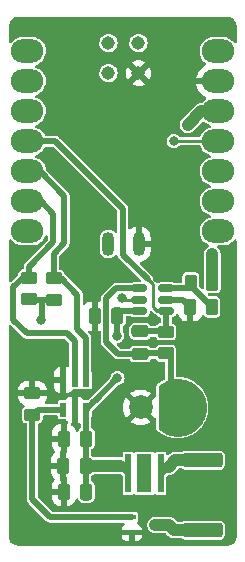
<source format=gbr>
%TF.GenerationSoftware,KiCad,Pcbnew,(6.0.7-1)-1*%
%TF.CreationDate,2022-10-13T21:49:40+11:00*%
%TF.ProjectId,open_jip,6f70656e-5f6a-4697-902e-6b696361645f,rev?*%
%TF.SameCoordinates,Original*%
%TF.FileFunction,Copper,L1,Top*%
%TF.FilePolarity,Positive*%
%FSLAX46Y46*%
G04 Gerber Fmt 4.6, Leading zero omitted, Abs format (unit mm)*
G04 Created by KiCad (PCBNEW (6.0.7-1)-1) date 2022-10-13 21:49:40*
%MOMM*%
%LPD*%
G01*
G04 APERTURE LIST*
G04 Aperture macros list*
%AMRoundRect*
0 Rectangle with rounded corners*
0 $1 Rounding radius*
0 $2 $3 $4 $5 $6 $7 $8 $9 X,Y pos of 4 corners*
0 Add a 4 corners polygon primitive as box body*
4,1,4,$2,$3,$4,$5,$6,$7,$8,$9,$2,$3,0*
0 Add four circle primitives for the rounded corners*
1,1,$1+$1,$2,$3*
1,1,$1+$1,$4,$5*
1,1,$1+$1,$6,$7*
1,1,$1+$1,$8,$9*
0 Add four rect primitives between the rounded corners*
20,1,$1+$1,$2,$3,$4,$5,0*
20,1,$1+$1,$4,$5,$6,$7,0*
20,1,$1+$1,$6,$7,$8,$9,0*
20,1,$1+$1,$8,$9,$2,$3,0*%
G04 Aperture macros list end*
%TA.AperFunction,EtchedComponent*%
%ADD10C,0.001000*%
%TD*%
%TA.AperFunction,ComponentPad*%
%ADD11C,2.000000*%
%TD*%
%TA.AperFunction,SMDPad,CuDef*%
%ADD12RoundRect,0.250000X0.250000X0.475000X-0.250000X0.475000X-0.250000X-0.475000X0.250000X-0.475000X0*%
%TD*%
%TA.AperFunction,SMDPad,CuDef*%
%ADD13RoundRect,0.150000X0.512500X0.150000X-0.512500X0.150000X-0.512500X-0.150000X0.512500X-0.150000X0*%
%TD*%
%TA.AperFunction,SMDPad,CuDef*%
%ADD14R,1.300000X3.300000*%
%TD*%
%TA.AperFunction,SMDPad,CuDef*%
%ADD15R,0.500000X3.300000*%
%TD*%
%TA.AperFunction,SMDPad,CuDef*%
%ADD16O,2.748280X1.998980*%
%TD*%
%TA.AperFunction,SMDPad,CuDef*%
%ADD17O,1.016000X2.032000*%
%TD*%
%TA.AperFunction,SMDPad,CuDef*%
%ADD18C,1.143000*%
%TD*%
%TA.AperFunction,SMDPad,CuDef*%
%ADD19RoundRect,0.040600X0.249400X-0.564400X0.249400X0.564400X-0.249400X0.564400X-0.249400X-0.564400X0*%
%TD*%
%TA.AperFunction,SMDPad,CuDef*%
%ADD20RoundRect,0.250000X0.450000X-0.262500X0.450000X0.262500X-0.450000X0.262500X-0.450000X-0.262500X0*%
%TD*%
%TA.AperFunction,SMDPad,CuDef*%
%ADD21RoundRect,0.250000X-0.250000X-0.475000X0.250000X-0.475000X0.250000X0.475000X-0.250000X0.475000X0*%
%TD*%
%TA.AperFunction,SMDPad,CuDef*%
%ADD22R,0.700000X0.450000*%
%TD*%
%TA.AperFunction,SMDPad,CuDef*%
%ADD23RoundRect,0.250000X-1.425000X0.362500X-1.425000X-0.362500X1.425000X-0.362500X1.425000X0.362500X0*%
%TD*%
%TA.AperFunction,SMDPad,CuDef*%
%ADD24RoundRect,0.250000X0.475000X-0.250000X0.475000X0.250000X-0.475000X0.250000X-0.475000X-0.250000X0*%
%TD*%
%TA.AperFunction,SMDPad,CuDef*%
%ADD25RoundRect,0.250000X-0.262500X-0.450000X0.262500X-0.450000X0.262500X0.450000X-0.262500X0.450000X0*%
%TD*%
%TA.AperFunction,ViaPad*%
%ADD26C,0.800000*%
%TD*%
%TA.AperFunction,Conductor*%
%ADD27C,0.500000*%
%TD*%
%TA.AperFunction,Conductor*%
%ADD28C,0.250000*%
%TD*%
%TA.AperFunction,Conductor*%
%ADD29C,1.000000*%
%TD*%
G04 APERTURE END LIST*
%TO.C,D2*%
G36*
X110458000Y-100706000D02*
G01*
X110582000Y-100717000D01*
X110705000Y-100736000D01*
X110828000Y-100760000D01*
X110949000Y-100791000D01*
X111068000Y-100828000D01*
X111185000Y-100871000D01*
X111299000Y-100921000D01*
X111411000Y-100976000D01*
X111520000Y-101037000D01*
X111625000Y-101103000D01*
X111727000Y-101175000D01*
X111826000Y-101252000D01*
X111920000Y-101334000D01*
X112009000Y-101420000D01*
X112094000Y-101511000D01*
X112175000Y-101607000D01*
X112250000Y-101706000D01*
X112320000Y-101810000D01*
X112384000Y-101916000D01*
X112443000Y-102026000D01*
X112496000Y-102139000D01*
X112544000Y-102254000D01*
X112585000Y-102372000D01*
X112620000Y-102492000D01*
X112649000Y-102613000D01*
X112671000Y-102736000D01*
X112687000Y-102859000D01*
X112697000Y-102984000D01*
X112700000Y-103100000D01*
X112697000Y-103216000D01*
X112687000Y-103341000D01*
X112671000Y-103464000D01*
X112649000Y-103587000D01*
X112620000Y-103708000D01*
X112585000Y-103828000D01*
X112544000Y-103946000D01*
X112496000Y-104061000D01*
X112443000Y-104174000D01*
X112384000Y-104284000D01*
X112320000Y-104390000D01*
X112250000Y-104494000D01*
X112175000Y-104593000D01*
X112094000Y-104689000D01*
X112009000Y-104780000D01*
X111920000Y-104866000D01*
X111826000Y-104948000D01*
X111727000Y-105025000D01*
X111625000Y-105097000D01*
X111520000Y-105163000D01*
X111411000Y-105224000D01*
X111299000Y-105279000D01*
X111185000Y-105329000D01*
X111068000Y-105372000D01*
X110949000Y-105409000D01*
X110828000Y-105440000D01*
X110705000Y-105464000D01*
X110582000Y-105483000D01*
X110458000Y-105494000D01*
X110325000Y-105500000D01*
X110257000Y-105500000D01*
X110198000Y-105499000D01*
X110140000Y-105496000D01*
X110082000Y-105492000D01*
X110023000Y-105487000D01*
X109965000Y-105480000D01*
X109908000Y-105471000D01*
X109850000Y-105461000D01*
X109793000Y-105450000D01*
X109736000Y-105437000D01*
X109679000Y-105423000D01*
X109623000Y-105407000D01*
X109567000Y-105390000D01*
X109511000Y-105372000D01*
X109456000Y-105352000D01*
X109402000Y-105331000D01*
X109348000Y-105309000D01*
X109294000Y-105285000D01*
X109242000Y-105260000D01*
X109190000Y-105233000D01*
X109138000Y-105205000D01*
X109087000Y-105176000D01*
X109038000Y-105146000D01*
X108988000Y-105114000D01*
X108940000Y-105082000D01*
X108892000Y-105048000D01*
X108800000Y-104976000D01*
X108755000Y-104939000D01*
X108700000Y-104890000D01*
X108700000Y-101310000D01*
X108755000Y-101261000D01*
X108800000Y-101224000D01*
X108892000Y-101152000D01*
X108940000Y-101118000D01*
X108988000Y-101086000D01*
X109038000Y-101054000D01*
X109087000Y-101024000D01*
X109138000Y-100995000D01*
X109190000Y-100967000D01*
X109242000Y-100940000D01*
X109294000Y-100915000D01*
X109348000Y-100891000D01*
X109402000Y-100869000D01*
X109456000Y-100848000D01*
X109511000Y-100828000D01*
X109567000Y-100810000D01*
X109623000Y-100793000D01*
X109679000Y-100777000D01*
X109736000Y-100763000D01*
X109793000Y-100750000D01*
X109850000Y-100739000D01*
X109908000Y-100729000D01*
X109965000Y-100720000D01*
X110023000Y-100713000D01*
X110082000Y-100708000D01*
X110140000Y-100704000D01*
X110198000Y-100701000D01*
X110257000Y-100700000D01*
X110325000Y-100700000D01*
X110458000Y-100706000D01*
G37*
D10*
X110458000Y-100706000D02*
X110582000Y-100717000D01*
X110705000Y-100736000D01*
X110828000Y-100760000D01*
X110949000Y-100791000D01*
X111068000Y-100828000D01*
X111185000Y-100871000D01*
X111299000Y-100921000D01*
X111411000Y-100976000D01*
X111520000Y-101037000D01*
X111625000Y-101103000D01*
X111727000Y-101175000D01*
X111826000Y-101252000D01*
X111920000Y-101334000D01*
X112009000Y-101420000D01*
X112094000Y-101511000D01*
X112175000Y-101607000D01*
X112250000Y-101706000D01*
X112320000Y-101810000D01*
X112384000Y-101916000D01*
X112443000Y-102026000D01*
X112496000Y-102139000D01*
X112544000Y-102254000D01*
X112585000Y-102372000D01*
X112620000Y-102492000D01*
X112649000Y-102613000D01*
X112671000Y-102736000D01*
X112687000Y-102859000D01*
X112697000Y-102984000D01*
X112700000Y-103100000D01*
X112697000Y-103216000D01*
X112687000Y-103341000D01*
X112671000Y-103464000D01*
X112649000Y-103587000D01*
X112620000Y-103708000D01*
X112585000Y-103828000D01*
X112544000Y-103946000D01*
X112496000Y-104061000D01*
X112443000Y-104174000D01*
X112384000Y-104284000D01*
X112320000Y-104390000D01*
X112250000Y-104494000D01*
X112175000Y-104593000D01*
X112094000Y-104689000D01*
X112009000Y-104780000D01*
X111920000Y-104866000D01*
X111826000Y-104948000D01*
X111727000Y-105025000D01*
X111625000Y-105097000D01*
X111520000Y-105163000D01*
X111411000Y-105224000D01*
X111299000Y-105279000D01*
X111185000Y-105329000D01*
X111068000Y-105372000D01*
X110949000Y-105409000D01*
X110828000Y-105440000D01*
X110705000Y-105464000D01*
X110582000Y-105483000D01*
X110458000Y-105494000D01*
X110325000Y-105500000D01*
X110257000Y-105500000D01*
X110198000Y-105499000D01*
X110140000Y-105496000D01*
X110082000Y-105492000D01*
X110023000Y-105487000D01*
X109965000Y-105480000D01*
X109908000Y-105471000D01*
X109850000Y-105461000D01*
X109793000Y-105450000D01*
X109736000Y-105437000D01*
X109679000Y-105423000D01*
X109623000Y-105407000D01*
X109567000Y-105390000D01*
X109511000Y-105372000D01*
X109456000Y-105352000D01*
X109402000Y-105331000D01*
X109348000Y-105309000D01*
X109294000Y-105285000D01*
X109242000Y-105260000D01*
X109190000Y-105233000D01*
X109138000Y-105205000D01*
X109087000Y-105176000D01*
X109038000Y-105146000D01*
X108988000Y-105114000D01*
X108940000Y-105082000D01*
X108892000Y-105048000D01*
X108800000Y-104976000D01*
X108755000Y-104939000D01*
X108700000Y-104890000D01*
X108700000Y-101310000D01*
X108755000Y-101261000D01*
X108800000Y-101224000D01*
X108892000Y-101152000D01*
X108940000Y-101118000D01*
X108988000Y-101086000D01*
X109038000Y-101054000D01*
X109087000Y-101024000D01*
X109138000Y-100995000D01*
X109190000Y-100967000D01*
X109242000Y-100940000D01*
X109294000Y-100915000D01*
X109348000Y-100891000D01*
X109402000Y-100869000D01*
X109456000Y-100848000D01*
X109511000Y-100828000D01*
X109567000Y-100810000D01*
X109623000Y-100793000D01*
X109679000Y-100777000D01*
X109736000Y-100763000D01*
X109793000Y-100750000D01*
X109850000Y-100739000D01*
X109908000Y-100729000D01*
X109965000Y-100720000D01*
X110023000Y-100713000D01*
X110082000Y-100708000D01*
X110140000Y-100704000D01*
X110198000Y-100701000D01*
X110257000Y-100700000D01*
X110325000Y-100700000D01*
X110458000Y-100706000D01*
%TD*%
D11*
%TO.P,D2,1*%
%TO.N,GND*%
X107160000Y-103100000D03*
%TO.P,D2,2*%
%TO.N,Net-(C4-Pad1)*%
X109700000Y-103100000D03*
%TD*%
D12*
%TO.P,C2,2*%
%TO.N,GND*%
X100610000Y-108030000D03*
%TO.P,C2,1*%
%TO.N,+3.3V*%
X102510000Y-108030000D03*
%TD*%
D13*
%TO.P,U3,1*%
%TO.N,D(out)*%
X109327500Y-94910000D03*
%TO.P,U3,2,V-*%
%TO.N,GND*%
X109327500Y-93960000D03*
%TO.P,U3,3,+*%
%TO.N,Net-(R5-Pad1)*%
X109327500Y-93010000D03*
%TO.P,U3,4,-*%
%TO.N,Net-(C4-Pad1)*%
X107052500Y-93010000D03*
%TO.P,U3,5,ENABLE*%
%TO.N,SHDN*%
X107052500Y-93960000D03*
%TO.P,U3,6,V+*%
%TO.N,+3.3V*%
X107052500Y-94910000D03*
%TD*%
D14*
%TO.P,D1,3*%
%TO.N,N/C*%
X107487500Y-108680000D03*
D15*
%TO.P,D1,2*%
%TO.N,Net-(D1-Pad2)*%
X108887500Y-108680000D03*
%TO.P,D1,1*%
%TO.N,+3.3V*%
X106087500Y-108680000D03*
%TD*%
D16*
%TO.P,U2,1,PA02_A0_D0*%
%TO.N,unconnected-(U2-Pad1)*%
X97571120Y-72939800D03*
%TO.P,U2,2,PA4_A1_D1*%
%TO.N,unconnected-(U2-Pad2)*%
X97571120Y-75479800D03*
%TO.P,U2,3,PA10_A2_D2*%
%TO.N,unconnected-(U2-Pad3)*%
X97571120Y-78019800D03*
%TO.P,U2,4,PA11_A3_D3*%
%TO.N,D(out)*%
X97571120Y-80559800D03*
%TO.P,U2,5,PA8_A4_D4_SDA*%
%TO.N,SDA*%
X97571120Y-83099800D03*
%TO.P,U2,6,PA9_A5_D5_SCL*%
%TO.N,SCL*%
X97571120Y-85639800D03*
%TO.P,U2,7,PB08_A6_D6_TX*%
%TO.N,unconnected-(U2-Pad7)*%
X97571120Y-88179800D03*
%TO.P,U2,8,PB09_A7_D7_RX*%
%TO.N,unconnected-(U2-Pad8)*%
X113735680Y-88179800D03*
%TO.P,U2,9,PA7_A8_D8_SCK*%
%TO.N,unconnected-(U2-Pad9)*%
X113735680Y-85639800D03*
%TO.P,U2,10,PA5_A9_D9_MISO*%
%TO.N,unconnected-(U2-Pad10)*%
X113735680Y-83099800D03*
%TO.P,U2,11,PA6_A10_D10_MOSI*%
%TO.N,SHDN*%
X113735680Y-80559800D03*
%TO.P,U2,12,3V3*%
%TO.N,+3.3V*%
X113735680Y-78019800D03*
%TO.P,U2,13,GND*%
%TO.N,GND*%
X113735680Y-75479800D03*
%TO.P,U2,14,5V*%
%TO.N,+5V*%
X113735680Y-72939800D03*
D17*
%TO.P,U2,15,5V*%
%TO.N,unconnected-(U2-Pad15)*%
X104438000Y-89257620D03*
%TO.P,U2,16,GND*%
%TO.N,GND*%
X106988000Y-89257620D03*
D18*
%TO.P,U2,17,PA31_SWDIO*%
%TO.N,unconnected-(U2-Pad17)*%
X104436803Y-72253433D03*
%TO.P,U2,18,PA30_SWCLK*%
%TO.N,unconnected-(U2-Pad18)*%
X106976803Y-72253433D03*
%TO.P,U2,19,RESET*%
%TO.N,unconnected-(U2-Pad19)*%
X104436803Y-74793433D03*
%TO.P,U2,20,GND*%
%TO.N,GND*%
X106976803Y-74793433D03*
%TD*%
D19*
%TO.P,U1,6,A0*%
%TO.N,GND*%
X100630000Y-100765000D03*
%TO.P,U1,5,SCL*%
%TO.N,SCL*%
X101580000Y-100765000D03*
%TO.P,U1,4,SDA*%
%TO.N,SDA*%
X102530000Y-100765000D03*
%TO.P,U1,3,VDD*%
%TO.N,+3.3V*%
X102530000Y-103275000D03*
%TO.P,U1,2,GND*%
%TO.N,GND*%
X101580000Y-103275000D03*
%TO.P,U1,1,VOUT*%
%TO.N,Net-(Q1-Pad1)*%
X100630000Y-103275000D03*
%TD*%
D20*
%TO.P,R2,1*%
%TO.N,+3.3V*%
X99800000Y-93975000D03*
%TO.P,R2,2*%
%TO.N,SDA*%
X99800000Y-92150000D03*
%TD*%
D21*
%TO.P,C5,1*%
%TO.N,GND*%
X103290000Y-95360000D03*
%TO.P,C5,2*%
%TO.N,+3.3V*%
X105190000Y-95360000D03*
%TD*%
D22*
%TO.P,Q1,3,D*%
%TO.N,Net-(Q1-Pad3)*%
X108420000Y-113040000D03*
%TO.P,Q1,2,S*%
%TO.N,GND*%
X106420000Y-113690000D03*
%TO.P,Q1,1,G*%
%TO.N,Net-(Q1-Pad1)*%
X106420000Y-112390000D03*
%TD*%
D23*
%TO.P,R4,2*%
%TO.N,Net-(Q1-Pad3)*%
X112420000Y-113482500D03*
%TO.P,R4,1*%
%TO.N,Net-(D1-Pad2)*%
X112420000Y-107557500D03*
%TD*%
D20*
%TO.P,R7,2*%
%TO.N,D(out)*%
X109290000Y-96689000D03*
%TO.P,R7,1*%
%TO.N,Net-(C4-Pad1)*%
X109290000Y-98514000D03*
%TD*%
%TO.P,R3,2*%
%TO.N,GND*%
X98000000Y-101887500D03*
%TO.P,R3,1*%
%TO.N,Net-(Q1-Pad1)*%
X98000000Y-103712500D03*
%TD*%
D12*
%TO.P,C3,2*%
%TO.N,GND*%
X100660000Y-110230000D03*
%TO.P,C3,1*%
%TO.N,+3.3V*%
X102560000Y-110230000D03*
%TD*%
%TO.P,C1,2*%
%TO.N,GND*%
X100660000Y-105730000D03*
%TO.P,C1,1*%
%TO.N,+3.3V*%
X102560000Y-105730000D03*
%TD*%
D20*
%TO.P,R1,1*%
%TO.N,+3.3V*%
X97700000Y-93950000D03*
%TO.P,R1,2*%
%TO.N,SCL*%
X97700000Y-92125000D03*
%TD*%
D24*
%TO.P,C4,1*%
%TO.N,Net-(C4-Pad1)*%
X107140000Y-98560000D03*
%TO.P,C4,2*%
%TO.N,D(out)*%
X107140000Y-96660000D03*
%TD*%
D25*
%TO.P,R6,1*%
%TO.N,GND*%
X111375000Y-94600000D03*
%TO.P,R6,2*%
%TO.N,Net-(R5-Pad1)*%
X113200000Y-94600000D03*
%TD*%
%TO.P,R5,1*%
%TO.N,Net-(R5-Pad1)*%
X111415000Y-92520000D03*
%TO.P,R5,2*%
%TO.N,+3.3V*%
X113240000Y-92520000D03*
%TD*%
D26*
%TO.N,GND*%
X104000000Y-99000000D03*
X114000000Y-105000000D03*
X114000000Y-103000000D03*
X114000000Y-101000000D03*
X114000000Y-99000000D03*
X114000000Y-97000000D03*
X100000000Y-98500000D03*
X98500000Y-98500000D03*
X97000000Y-98500000D03*
X110000000Y-82500000D03*
X110000000Y-85000000D03*
X110000000Y-87500000D03*
X107500000Y-87500000D03*
X102500000Y-85000000D03*
X107500000Y-85000000D03*
X102500000Y-87500000D03*
X100000000Y-82500000D03*
X100000000Y-72500000D03*
X100000000Y-75000000D03*
X110000000Y-77500000D03*
X103000000Y-113730000D03*
X102000000Y-92000000D03*
X99480000Y-104340000D03*
X101000000Y-113730000D03*
X102500000Y-80000000D03*
X105000000Y-77500000D03*
X105000000Y-82500000D03*
X104190000Y-109240000D03*
X97000000Y-107730000D03*
X105000000Y-80000000D03*
X97000000Y-90000000D03*
X102500000Y-77500000D03*
X97000000Y-105730000D03*
X97000000Y-109730000D03*
X99000000Y-113730000D03*
X97000000Y-113730000D03*
X97000000Y-111730000D03*
X104200000Y-111180000D03*
X107500000Y-77500000D03*
X107500000Y-80000000D03*
X100000000Y-77500000D03*
%TO.N,+3.3V*%
X111160000Y-79150000D03*
X98750000Y-95700000D03*
X105200000Y-100620000D03*
X105180000Y-97030000D03*
X113230000Y-90140000D03*
%TO.N,SHDN*%
X105580000Y-93859500D03*
X109960000Y-80550000D03*
%TD*%
D27*
%TO.N,Net-(C4-Pad1)*%
X109700000Y-103100000D02*
X109700000Y-98924000D01*
X109700000Y-98924000D02*
X109290000Y-98514000D01*
%TO.N,+3.3V*%
X103255000Y-102550000D02*
X103270000Y-102550000D01*
X103270000Y-102550000D02*
X105200000Y-100620000D01*
%TO.N,SDA*%
X99800000Y-92150000D02*
X100420000Y-92150000D01*
X100420000Y-92150000D02*
X101810000Y-93540000D01*
X102530000Y-97190000D02*
X102530000Y-100765000D01*
X101810000Y-93540000D02*
X101810000Y-96470000D01*
X101810000Y-96470000D02*
X102530000Y-97190000D01*
%TO.N,SCL*%
X97700000Y-92125000D02*
X97205000Y-92125000D01*
X97205000Y-92125000D02*
X96390000Y-92940000D01*
X100922613Y-96820000D02*
X101580000Y-97477387D01*
X96390000Y-92940000D02*
X96390000Y-95670000D01*
X96390000Y-95670000D02*
X97540000Y-96820000D01*
X97540000Y-96820000D02*
X100922613Y-96820000D01*
X101580000Y-97477387D02*
X101580000Y-100765000D01*
%TO.N,D(out)*%
X105650000Y-86260000D02*
X99949800Y-80559800D01*
X99949800Y-80559800D02*
X97571120Y-80559800D01*
D28*
X108180000Y-92680000D02*
X107750000Y-92250000D01*
D27*
X107750000Y-92250000D02*
X105650000Y-90150000D01*
X105650000Y-90150000D02*
X105650000Y-86260000D01*
%TO.N,GND*%
X109327500Y-93960000D02*
X110735000Y-93960000D01*
X110735000Y-93960000D02*
X111375000Y-94600000D01*
%TO.N,Net-(R5-Pad1)*%
X111415000Y-92520000D02*
X111415000Y-92815000D01*
X111415000Y-92815000D02*
X113200000Y-94600000D01*
%TO.N,Net-(C4-Pad1)*%
X105230000Y-98560000D02*
X107140000Y-98560000D01*
X104240000Y-97570000D02*
X105230000Y-98560000D01*
X107052500Y-93010000D02*
X105100000Y-93010000D01*
X109290000Y-98514000D02*
X107186000Y-98514000D01*
X105100000Y-93010000D02*
X104240000Y-93870000D01*
X104240000Y-93870000D02*
X104240000Y-97570000D01*
X107186000Y-98514000D02*
X107140000Y-98560000D01*
%TO.N,+3.3V*%
X105640000Y-94910000D02*
X107052500Y-94910000D01*
X105190000Y-97020000D02*
X105180000Y-97030000D01*
D29*
X105437500Y-108030000D02*
X102510000Y-108030000D01*
D27*
X103255000Y-102550000D02*
X102530000Y-103275000D01*
X105437500Y-108030000D02*
X106087500Y-108680000D01*
X98795000Y-93975000D02*
X97725000Y-93975000D01*
X97725000Y-93975000D02*
X97700000Y-93950000D01*
X105190000Y-95360000D02*
X105640000Y-94910000D01*
X102530000Y-110200000D02*
X102560000Y-110230000D01*
D29*
X113735680Y-78019800D02*
X112290200Y-78019800D01*
D27*
X102530000Y-103275000D02*
X102530000Y-110200000D01*
D29*
X113230000Y-92510000D02*
X113240000Y-92520000D01*
D27*
X98795000Y-95655000D02*
X98795000Y-93975000D01*
X99800000Y-93975000D02*
X98795000Y-93975000D01*
D29*
X113230000Y-90140000D02*
X113230000Y-92510000D01*
D27*
X105190000Y-95360000D02*
X105190000Y-97020000D01*
X98750000Y-95700000D02*
X98795000Y-95655000D01*
D29*
X112290200Y-78019800D02*
X111160000Y-79150000D01*
D27*
%TO.N,Net-(Q1-Pad1)*%
X99500000Y-112390000D02*
X106420000Y-112390000D01*
X98437500Y-103275000D02*
X98000000Y-103712500D01*
X98000000Y-110890000D02*
X99500000Y-112390000D01*
X100630000Y-103275000D02*
X98437500Y-103275000D01*
X98000000Y-103712500D02*
X98000000Y-110890000D01*
D29*
%TO.N,Net-(D1-Pad2)*%
X109540000Y-108130000D02*
X110112500Y-107557500D01*
D27*
X108887500Y-108680000D02*
X108990000Y-108680000D01*
D29*
X110112500Y-107557500D02*
X112420000Y-107557500D01*
D27*
X108990000Y-108680000D02*
X109540000Y-108130000D01*
D28*
%TO.N,D(out)*%
X108180000Y-94560000D02*
X108180000Y-92680000D01*
X109327500Y-94910000D02*
X108530000Y-94910000D01*
D27*
X109327500Y-94910000D02*
X109327500Y-96651500D01*
X109327500Y-96651500D02*
X109290000Y-96689000D01*
X109261000Y-96660000D02*
X109290000Y-96689000D01*
X107140000Y-96660000D02*
X109261000Y-96660000D01*
D28*
X108530000Y-94910000D02*
X108180000Y-94560000D01*
D27*
%TO.N,SCL*%
X97700000Y-91190000D02*
X97700000Y-92125000D01*
X97571120Y-85639800D02*
X98729800Y-85639800D01*
X99770000Y-86680000D02*
X99770000Y-89120000D01*
X98729800Y-85639800D02*
X99770000Y-86680000D01*
X99770000Y-89120000D02*
X97700000Y-91190000D01*
%TO.N,SDA*%
X99800000Y-90100000D02*
X100690000Y-89210000D01*
X100690000Y-89210000D02*
X100690000Y-85170000D01*
X100690000Y-85170000D02*
X98619800Y-83099800D01*
X98619800Y-83099800D02*
X97571120Y-83099800D01*
X99800000Y-92150000D02*
X99800000Y-90100000D01*
D28*
%TO.N,SHDN*%
X107052500Y-93960000D02*
X105680500Y-93960000D01*
X109969800Y-80559800D02*
X113735680Y-80559800D01*
X109960000Y-80550000D02*
X109969800Y-80559800D01*
X105680500Y-93960000D02*
X105580000Y-93859500D01*
D29*
%TO.N,Net-(Q1-Pad3)*%
X109560000Y-113040000D02*
X110002500Y-113482500D01*
X110002500Y-113482500D02*
X112420000Y-113482500D01*
X108420000Y-113040000D02*
X109560000Y-113040000D01*
D27*
%TO.N,Net-(R5-Pad1)*%
X110925000Y-93010000D02*
X111415000Y-92520000D01*
X109327500Y-93010000D02*
X110925000Y-93010000D01*
%TD*%
%TA.AperFunction,Conductor*%
%TO.N,GND*%
G36*
X99779128Y-81030302D02*
G01*
X99800102Y-81047205D01*
X105162595Y-86409698D01*
X105196621Y-86472010D01*
X105199500Y-86498793D01*
X105199500Y-88202079D01*
X105179498Y-88270200D01*
X105125842Y-88316693D01*
X105055568Y-88326797D01*
X104990988Y-88297303D01*
X104978986Y-88285404D01*
X104977660Y-88283900D01*
X104973357Y-88277639D01*
X104967685Y-88272585D01*
X104850993Y-88168616D01*
X104850990Y-88168614D01*
X104845321Y-88163563D01*
X104837325Y-88159329D01*
X104700481Y-88086874D01*
X104700482Y-88086874D01*
X104693769Y-88083320D01*
X104676196Y-88078906D01*
X104534822Y-88043395D01*
X104534818Y-88043395D01*
X104527451Y-88041544D01*
X104519852Y-88041504D01*
X104519850Y-88041504D01*
X104448394Y-88041130D01*
X104355969Y-88040646D01*
X104348589Y-88042418D01*
X104348587Y-88042418D01*
X104196602Y-88078906D01*
X104196598Y-88078907D01*
X104189223Y-88080678D01*
X104036839Y-88159329D01*
X103907615Y-88272059D01*
X103809010Y-88412359D01*
X103806250Y-88419439D01*
X103752439Y-88557456D01*
X103746718Y-88572129D01*
X103729500Y-88702914D01*
X103729500Y-89808623D01*
X103744898Y-89935862D01*
X103747581Y-89942963D01*
X103747582Y-89942966D01*
X103762996Y-89983758D01*
X103805513Y-90096276D01*
X103809814Y-90102534D01*
X103893264Y-90223954D01*
X103902643Y-90237601D01*
X103908313Y-90242653D01*
X103908314Y-90242654D01*
X104025007Y-90346624D01*
X104025010Y-90346626D01*
X104030679Y-90351677D01*
X104037392Y-90355232D01*
X104037393Y-90355232D01*
X104043890Y-90358672D01*
X104182231Y-90431920D01*
X104189596Y-90433770D01*
X104341178Y-90471845D01*
X104341182Y-90471845D01*
X104348549Y-90473696D01*
X104356148Y-90473736D01*
X104356150Y-90473736D01*
X104427606Y-90474110D01*
X104520031Y-90474594D01*
X104527411Y-90472822D01*
X104527413Y-90472822D01*
X104679398Y-90436334D01*
X104679402Y-90436333D01*
X104686777Y-90434562D01*
X104839161Y-90355911D01*
X104968385Y-90243181D01*
X104976706Y-90231342D01*
X104985211Y-90219241D01*
X105040746Y-90175010D01*
X105111378Y-90167825D01*
X105174682Y-90199967D01*
X105210559Y-90261232D01*
X105212897Y-90272961D01*
X105214551Y-90283962D01*
X105217679Y-90290475D01*
X105218975Y-90297573D01*
X105246025Y-90349647D01*
X105247768Y-90353137D01*
X105273191Y-90406079D01*
X105278077Y-90411365D01*
X105278110Y-90411413D01*
X105281421Y-90417788D01*
X105285725Y-90422828D01*
X105322952Y-90460055D01*
X105326381Y-90463620D01*
X105365146Y-90505556D01*
X105371505Y-90509249D01*
X105377663Y-90514766D01*
X107157302Y-92294405D01*
X107191328Y-92356717D01*
X107186263Y-92427532D01*
X107143716Y-92484368D01*
X107077196Y-92509179D01*
X107068207Y-92509500D01*
X106506782Y-92509500D01*
X106502232Y-92510170D01*
X106502229Y-92510170D01*
X106478575Y-92513652D01*
X106437888Y-92519642D01*
X106429097Y-92523958D01*
X106429094Y-92523959D01*
X106382974Y-92546603D01*
X106327444Y-92559500D01*
X105134220Y-92559500D01*
X105119411Y-92558627D01*
X105095043Y-92555743D01*
X105085690Y-92554636D01*
X105076426Y-92556328D01*
X105076422Y-92556328D01*
X105027989Y-92565173D01*
X105024088Y-92565822D01*
X104975355Y-92573149D01*
X104975347Y-92573151D01*
X104966038Y-92574551D01*
X104959528Y-92577677D01*
X104952427Y-92578974D01*
X104944072Y-92583314D01*
X104900363Y-92606018D01*
X104896825Y-92607786D01*
X104893308Y-92609475D01*
X104843921Y-92633191D01*
X104838635Y-92638078D01*
X104838595Y-92638105D01*
X104832212Y-92641420D01*
X104827172Y-92645725D01*
X104789945Y-92682952D01*
X104786380Y-92686381D01*
X104744444Y-92725146D01*
X104740751Y-92731505D01*
X104735234Y-92737663D01*
X103945650Y-93527247D01*
X103934561Y-93537101D01*
X103915291Y-93552293D01*
X103915289Y-93552295D01*
X103907890Y-93558128D01*
X103875978Y-93604302D01*
X103874545Y-93606375D01*
X103872250Y-93609587D01*
X103837366Y-93656816D01*
X103834973Y-93663632D01*
X103830869Y-93669569D01*
X103828029Y-93678549D01*
X103828028Y-93678551D01*
X103813182Y-93725495D01*
X103811929Y-93729250D01*
X103803937Y-93752010D01*
X103792481Y-93784631D01*
X103792199Y-93791819D01*
X103792188Y-93791878D01*
X103790020Y-93798730D01*
X103789500Y-93805337D01*
X103789500Y-93858016D01*
X103789403Y-93862962D01*
X103787162Y-93919994D01*
X103789046Y-93927100D01*
X103789500Y-93935347D01*
X103789500Y-94007834D01*
X103769498Y-94075955D01*
X103715842Y-94122448D01*
X103650657Y-94133178D01*
X103593560Y-94127328D01*
X103587145Y-94127000D01*
X103562115Y-94127000D01*
X103546876Y-94131475D01*
X103545671Y-94132865D01*
X103544000Y-94140548D01*
X103544000Y-96574884D01*
X103548475Y-96590123D01*
X103549865Y-96591328D01*
X103557548Y-96592999D01*
X103587095Y-96592999D01*
X103593614Y-96592662D01*
X103650497Y-96586760D01*
X103720318Y-96599625D01*
X103772100Y-96648196D01*
X103789500Y-96712087D01*
X103789500Y-97535780D01*
X103788627Y-97550589D01*
X103784636Y-97584310D01*
X103786328Y-97593574D01*
X103786328Y-97593575D01*
X103795172Y-97642001D01*
X103795822Y-97645904D01*
X103804551Y-97703962D01*
X103807679Y-97710475D01*
X103808975Y-97717573D01*
X103836025Y-97769647D01*
X103837768Y-97773137D01*
X103863191Y-97826079D01*
X103868077Y-97831365D01*
X103868110Y-97831413D01*
X103871421Y-97837788D01*
X103875725Y-97842828D01*
X103912952Y-97880055D01*
X103916381Y-97883620D01*
X103955146Y-97925556D01*
X103961505Y-97929249D01*
X103967663Y-97934766D01*
X104887247Y-98854350D01*
X104897101Y-98865439D01*
X104912293Y-98884709D01*
X104918128Y-98892110D01*
X104925875Y-98897465D01*
X104925877Y-98897466D01*
X104966375Y-98925455D01*
X104969587Y-98927750D01*
X105016816Y-98962634D01*
X105023632Y-98965027D01*
X105029569Y-98969131D01*
X105038549Y-98971971D01*
X105038551Y-98971972D01*
X105058717Y-98978350D01*
X105085519Y-98986826D01*
X105089250Y-98988071D01*
X105135737Y-99004396D01*
X105135739Y-99004396D01*
X105144631Y-99007519D01*
X105151819Y-99007801D01*
X105151878Y-99007812D01*
X105158730Y-99009980D01*
X105165337Y-99010500D01*
X105218016Y-99010500D01*
X105222962Y-99010597D01*
X105279994Y-99012838D01*
X105287100Y-99010954D01*
X105295344Y-99010500D01*
X106189419Y-99010500D01*
X106257540Y-99030502D01*
X106290770Y-99061640D01*
X106342850Y-99132150D01*
X106350421Y-99137742D01*
X106444243Y-99207041D01*
X106444246Y-99207042D01*
X106451816Y-99212634D01*
X106579631Y-99257519D01*
X106587277Y-99258242D01*
X106587278Y-99258242D01*
X106593248Y-99258806D01*
X106611166Y-99260500D01*
X107668834Y-99260500D01*
X107686752Y-99258806D01*
X107692722Y-99258242D01*
X107692723Y-99258242D01*
X107700369Y-99257519D01*
X107828184Y-99212634D01*
X107835754Y-99207042D01*
X107835757Y-99207041D01*
X107929579Y-99137742D01*
X107937150Y-99132150D01*
X108017634Y-99023184D01*
X108018876Y-99024101D01*
X108061173Y-98980700D01*
X108122979Y-98964500D01*
X108355187Y-98964500D01*
X108423308Y-98984502D01*
X108456538Y-99015641D01*
X108512255Y-99091076D01*
X108512258Y-99091079D01*
X108517850Y-99098650D01*
X108525421Y-99104242D01*
X108619243Y-99173541D01*
X108619246Y-99173542D01*
X108626816Y-99179134D01*
X108754631Y-99224019D01*
X108762277Y-99224742D01*
X108762278Y-99224742D01*
X108768248Y-99225306D01*
X108786166Y-99227000D01*
X109123500Y-99227000D01*
X109191621Y-99247002D01*
X109238114Y-99300658D01*
X109249500Y-99353000D01*
X109249500Y-100634142D01*
X109229498Y-100702263D01*
X109216391Y-100713849D01*
X109214765Y-100717583D01*
X109201229Y-100727252D01*
X109178098Y-100747699D01*
X109172682Y-100750303D01*
X109171730Y-100748323D01*
X109169163Y-100750157D01*
X109169647Y-100751089D01*
X109169646Y-100751089D01*
X109153818Y-100759308D01*
X109150413Y-100761009D01*
X109134485Y-100768667D01*
X109134484Y-100768668D01*
X109133935Y-100767526D01*
X109130878Y-100768387D01*
X109132036Y-100770617D01*
X109116292Y-100778792D01*
X109115121Y-100776537D01*
X109113878Y-100777456D01*
X109114816Y-100779197D01*
X109114815Y-100779197D01*
X109096784Y-100788906D01*
X109095260Y-100789711D01*
X109077265Y-100799055D01*
X109077264Y-100799056D01*
X109076208Y-100797023D01*
X109074723Y-100797491D01*
X109076098Y-100800045D01*
X109060750Y-100808309D01*
X109059605Y-100806183D01*
X109057737Y-100807643D01*
X109058499Y-100808983D01*
X109041924Y-100818408D01*
X109039383Y-100819814D01*
X109022754Y-100828768D01*
X109021920Y-100827219D01*
X109019649Y-100827972D01*
X109020982Y-100830316D01*
X109004644Y-100839607D01*
X109003550Y-100837683D01*
X109001007Y-100839802D01*
X109001527Y-100840651D01*
X109001526Y-100840652D01*
X109001525Y-100840652D01*
X108986528Y-100849833D01*
X108983055Y-100851883D01*
X108973739Y-100857180D01*
X108973737Y-100857181D01*
X108967945Y-100860475D01*
X108967368Y-100859460D01*
X108964228Y-100860583D01*
X108965521Y-100862695D01*
X108950798Y-100871709D01*
X108949487Y-100869568D01*
X108947942Y-100870918D01*
X108948886Y-100872393D01*
X108936767Y-100880149D01*
X108932422Y-100882930D01*
X108930291Y-100884264D01*
X108913722Y-100894408D01*
X108912694Y-100892729D01*
X108910772Y-100893487D01*
X108912269Y-100895827D01*
X108897286Y-100905416D01*
X108895979Y-100903374D01*
X108894550Y-100904647D01*
X108895511Y-100906088D01*
X108895510Y-100906089D01*
X108895509Y-100906089D01*
X108879053Y-100917060D01*
X108877127Y-100918318D01*
X108860562Y-100928919D01*
X108859457Y-100927192D01*
X108857670Y-100927939D01*
X108859228Y-100930276D01*
X108845117Y-100939683D01*
X108843886Y-100937837D01*
X108841780Y-100939818D01*
X108842459Y-100940776D01*
X108842456Y-100940778D01*
X108827560Y-100951329D01*
X108824688Y-100953303D01*
X108811429Y-100962142D01*
X108809648Y-100963329D01*
X108808857Y-100962142D01*
X108806182Y-100963319D01*
X108807669Y-100965418D01*
X108790655Y-100977470D01*
X108790466Y-100977595D01*
X108786108Y-100979636D01*
X108780490Y-100984032D01*
X108780491Y-100984032D01*
X108774277Y-100988895D01*
X108769470Y-100992476D01*
X108757327Y-101001077D01*
X108754120Y-101004660D01*
X108753923Y-101004824D01*
X108742868Y-101013476D01*
X108709746Y-101039397D01*
X108692183Y-101053142D01*
X108690712Y-101051263D01*
X108689050Y-101053095D01*
X108689987Y-101054235D01*
X108675365Y-101066258D01*
X108673039Y-101068124D01*
X108658277Y-101079677D01*
X108658275Y-101079679D01*
X108657227Y-101078340D01*
X108655031Y-101079513D01*
X108656730Y-101081580D01*
X108641881Y-101093790D01*
X108640556Y-101092179D01*
X108637957Y-101095296D01*
X108638344Y-101095730D01*
X108635434Y-101098322D01*
X108635429Y-101098328D01*
X108633028Y-101100467D01*
X108633021Y-101100472D01*
X108626106Y-101106633D01*
X108622324Y-101109870D01*
X108609843Y-101120133D01*
X108609401Y-101119595D01*
X108605847Y-101121605D01*
X108607376Y-101123321D01*
X108600053Y-101129845D01*
X108594675Y-101134374D01*
X108584450Y-101142507D01*
X108571657Y-101148650D01*
X108562793Y-101159734D01*
X108554057Y-101170658D01*
X108553487Y-101171331D01*
X108549374Y-101174995D01*
X108541536Y-101186003D01*
X108537317Y-101191590D01*
X108514382Y-101220269D01*
X108513068Y-101225985D01*
X108509665Y-101230764D01*
X108507927Y-101240874D01*
X108507927Y-101240875D01*
X108503445Y-101266955D01*
X108502061Y-101273848D01*
X108499000Y-101287161D01*
X108499000Y-101292674D01*
X108498880Y-101293515D01*
X108498411Y-101296243D01*
X108494132Y-101321142D01*
X108498031Y-101334788D01*
X108498798Y-101348952D01*
X108498043Y-101348993D01*
X108499000Y-101355825D01*
X108499000Y-102103123D01*
X108478998Y-102171244D01*
X108422878Y-102218830D01*
X108383334Y-102235876D01*
X107532022Y-103087188D01*
X107524408Y-103101132D01*
X107524539Y-103102965D01*
X107528790Y-103109580D01*
X108380290Y-103961080D01*
X108420824Y-103983214D01*
X108433383Y-103985946D01*
X108483586Y-104036147D01*
X108499000Y-104096535D01*
X108499000Y-104844776D01*
X108498804Y-104851806D01*
X108498075Y-104864861D01*
X108494152Y-104878498D01*
X108496531Y-104892486D01*
X108498879Y-104906295D01*
X108499000Y-104907153D01*
X108499000Y-104912660D01*
X108500572Y-104919549D01*
X108501996Y-104925791D01*
X108503368Y-104932689D01*
X108509527Y-104968904D01*
X108512922Y-104973689D01*
X108514226Y-104979407D01*
X108520619Y-104987429D01*
X108520619Y-104987430D01*
X108537115Y-105008132D01*
X108541340Y-105013749D01*
X108544577Y-105018311D01*
X108549241Y-105024886D01*
X108553357Y-105028553D01*
X108553897Y-105029192D01*
X108562531Y-105040027D01*
X108562533Y-105040028D01*
X108571375Y-105051125D01*
X108584155Y-105057290D01*
X108595243Y-105066141D01*
X108594775Y-105066728D01*
X108600507Y-105070559D01*
X108607240Y-105076557D01*
X108605888Y-105078074D01*
X108609348Y-105080176D01*
X108609699Y-105079749D01*
X108609702Y-105079752D01*
X108622366Y-105090164D01*
X108626116Y-105093375D01*
X108635261Y-105101522D01*
X108638216Y-105104155D01*
X108637755Y-105104673D01*
X108640284Y-105107869D01*
X108641742Y-105106096D01*
X108656591Y-105118305D01*
X108655081Y-105120141D01*
X108657229Y-105121370D01*
X108658135Y-105120212D01*
X108658136Y-105120213D01*
X108673069Y-105131900D01*
X108675357Y-105133735D01*
X108689847Y-105145649D01*
X108689849Y-105145650D01*
X108688770Y-105146963D01*
X108690391Y-105148852D01*
X108692039Y-105146746D01*
X108704135Y-105156212D01*
X108704136Y-105156213D01*
X108753796Y-105195077D01*
X108753976Y-105195228D01*
X108757181Y-105198820D01*
X108762994Y-105202938D01*
X108762997Y-105202940D01*
X108769460Y-105207518D01*
X108774266Y-105211097D01*
X108785967Y-105220254D01*
X108790319Y-105222302D01*
X108790509Y-105222428D01*
X108807524Y-105234479D01*
X108806249Y-105236279D01*
X108808857Y-105237541D01*
X108809502Y-105236573D01*
X108824662Y-105246680D01*
X108827596Y-105248697D01*
X108842310Y-105259119D01*
X108841484Y-105260285D01*
X108843543Y-105262361D01*
X108844971Y-105260219D01*
X108859083Y-105269627D01*
X108857679Y-105271733D01*
X108859432Y-105272519D01*
X108860414Y-105270985D01*
X108877078Y-105281650D01*
X108879049Y-105282938D01*
X108895360Y-105293812D01*
X108894226Y-105295513D01*
X108895629Y-105296851D01*
X108897140Y-105294490D01*
X108912117Y-105304075D01*
X108910832Y-105306083D01*
X108912711Y-105306902D01*
X108913570Y-105305499D01*
X108930302Y-105315743D01*
X108932420Y-105317068D01*
X108948735Y-105327510D01*
X108947671Y-105329173D01*
X108949191Y-105330568D01*
X108950643Y-105328196D01*
X108965370Y-105337213D01*
X108964212Y-105339104D01*
X108967296Y-105340304D01*
X108967789Y-105339437D01*
X108973686Y-105342790D01*
X108973688Y-105342791D01*
X108973983Y-105342958D01*
X108973985Y-105342960D01*
X108983040Y-105348109D01*
X108986536Y-105350172D01*
X108995693Y-105355778D01*
X108995695Y-105355780D01*
X109001375Y-105359257D01*
X109000766Y-105360252D01*
X109003269Y-105362460D01*
X109004493Y-105360307D01*
X109020828Y-105369595D01*
X109019614Y-105371730D01*
X109021848Y-105372532D01*
X109022594Y-105371146D01*
X109039424Y-105380208D01*
X109041893Y-105381574D01*
X109058344Y-105390928D01*
X109058347Y-105390929D01*
X109057473Y-105392466D01*
X109059310Y-105393984D01*
X109060591Y-105391605D01*
X109075944Y-105399872D01*
X109074703Y-105402178D01*
X109076161Y-105402677D01*
X109077104Y-105400860D01*
X109077106Y-105400861D01*
X109077107Y-105400862D01*
X109095260Y-105410288D01*
X109096703Y-105411050D01*
X109114657Y-105420718D01*
X109114659Y-105420719D01*
X109114660Y-105420719D01*
X109113573Y-105422737D01*
X109114797Y-105423701D01*
X109116134Y-105421126D01*
X109131876Y-105429300D01*
X109130908Y-105431164D01*
X109133896Y-105432141D01*
X109134322Y-105431255D01*
X109134324Y-105431256D01*
X109150386Y-105438978D01*
X109153817Y-105440692D01*
X109169487Y-105448829D01*
X109169489Y-105448830D01*
X109168903Y-105449958D01*
X109171425Y-105451885D01*
X109172516Y-105449617D01*
X109189063Y-105457573D01*
X109188054Y-105459671D01*
X109191017Y-105460479D01*
X109191497Y-105459400D01*
X109207898Y-105466689D01*
X109211307Y-105468267D01*
X109227329Y-105475970D01*
X109226757Y-105477160D01*
X109229270Y-105478961D01*
X109230299Y-105476646D01*
X109248403Y-105484692D01*
X109247529Y-105486659D01*
X109250638Y-105487450D01*
X109251013Y-105486528D01*
X109267419Y-105493212D01*
X109271052Y-105494759D01*
X109280604Y-105499004D01*
X109280660Y-105499029D01*
X109280662Y-105499030D01*
X109287072Y-105501879D01*
X109286573Y-105503002D01*
X109289260Y-105504808D01*
X109290203Y-105502494D01*
X109306514Y-105509139D01*
X109305517Y-105511586D01*
X109307128Y-105511943D01*
X109307862Y-105510055D01*
X109326724Y-105517390D01*
X109328597Y-105518136D01*
X109347148Y-105525694D01*
X109346307Y-105527759D01*
X109347711Y-105528639D01*
X109348754Y-105525957D01*
X109363958Y-105531870D01*
X109363082Y-105534124D01*
X109365307Y-105534584D01*
X109365849Y-105533094D01*
X109383893Y-105539656D01*
X109386495Y-105540635D01*
X109404265Y-105547545D01*
X109403603Y-105549247D01*
X109405565Y-105550435D01*
X109406496Y-105547875D01*
X109424445Y-105554402D01*
X109423782Y-105556226D01*
X109427573Y-105556921D01*
X109427750Y-105556369D01*
X109430363Y-105557209D01*
X109431986Y-105557731D01*
X109431987Y-105557731D01*
X109443617Y-105561469D01*
X109448102Y-105563004D01*
X109463604Y-105568642D01*
X109463326Y-105569406D01*
X109466699Y-105571347D01*
X109467415Y-105569119D01*
X109485321Y-105574874D01*
X109484546Y-105577286D01*
X109486200Y-105577537D01*
X109486758Y-105575698D01*
X109486759Y-105575699D01*
X109506121Y-105581577D01*
X109507978Y-105582157D01*
X109527067Y-105588293D01*
X109526389Y-105590403D01*
X109527879Y-105591187D01*
X109528715Y-105588435D01*
X109544356Y-105593184D01*
X109543592Y-105595700D01*
X109545269Y-105595912D01*
X109545818Y-105593992D01*
X109565237Y-105599540D01*
X109567226Y-105600126D01*
X109586298Y-105605916D01*
X109585661Y-105608015D01*
X109587177Y-105608781D01*
X109587962Y-105606033D01*
X109605475Y-105611036D01*
X109604914Y-105613001D01*
X109608717Y-105613390D01*
X109608874Y-105612750D01*
X109608876Y-105612750D01*
X109608877Y-105612751D01*
X109625129Y-105616742D01*
X109629660Y-105617946D01*
X109641000Y-105621186D01*
X109640999Y-105621186D01*
X109645572Y-105622493D01*
X109645343Y-105623294D01*
X109648815Y-105624979D01*
X109649375Y-105622698D01*
X109667516Y-105627153D01*
X109666916Y-105629596D01*
X109668618Y-105629735D01*
X109669039Y-105627890D01*
X109688677Y-105632369D01*
X109690712Y-105632851D01*
X109710060Y-105637603D01*
X109709540Y-105639721D01*
X109711117Y-105640415D01*
X109711752Y-105637631D01*
X109729362Y-105641647D01*
X109728897Y-105643686D01*
X109732325Y-105643873D01*
X109732488Y-105643031D01*
X109739493Y-105644383D01*
X109739497Y-105644384D01*
X109749516Y-105646317D01*
X109753660Y-105647189D01*
X109770399Y-105651007D01*
X109770158Y-105652063D01*
X109773355Y-105653407D01*
X109773818Y-105651007D01*
X109791472Y-105654414D01*
X109791014Y-105656787D01*
X109793055Y-105656848D01*
X109793340Y-105655196D01*
X109793342Y-105655197D01*
X109812732Y-105658541D01*
X109815040Y-105658962D01*
X109834163Y-105662652D01*
X109834165Y-105662652D01*
X109833791Y-105664591D01*
X109835713Y-105665323D01*
X109836185Y-105662584D01*
X109852759Y-105665442D01*
X109852296Y-105668128D01*
X109853753Y-105668127D01*
X109854092Y-105665978D01*
X109874344Y-105669176D01*
X109876098Y-105669466D01*
X109896179Y-105672928D01*
X109895781Y-105675237D01*
X109897165Y-105675734D01*
X109897620Y-105672851D01*
X109914750Y-105675555D01*
X109914402Y-105677757D01*
X109918146Y-105677624D01*
X109918244Y-105676816D01*
X109923400Y-105677438D01*
X109923404Y-105677438D01*
X109925320Y-105677669D01*
X109925328Y-105677671D01*
X109934998Y-105678838D01*
X109939553Y-105679472D01*
X109949040Y-105680970D01*
X109949044Y-105680970D01*
X109950961Y-105681273D01*
X109950964Y-105681274D01*
X109956032Y-105682074D01*
X109955892Y-105682962D01*
X109959451Y-105684181D01*
X109959736Y-105681823D01*
X109979826Y-105684248D01*
X109979570Y-105686366D01*
X109983205Y-105686147D01*
X109983272Y-105685353D01*
X109986978Y-105685667D01*
X109988721Y-105685815D01*
X109988722Y-105685815D01*
X109995224Y-105686366D01*
X110000226Y-105686790D01*
X110004682Y-105687248D01*
X110014393Y-105688420D01*
X110014396Y-105688420D01*
X110016006Y-105688614D01*
X110016008Y-105688615D01*
X110021411Y-105689267D01*
X110021297Y-105690214D01*
X110024809Y-105691276D01*
X110025011Y-105688891D01*
X110043859Y-105690488D01*
X110043631Y-105693179D01*
X110045242Y-105693038D01*
X110045386Y-105690952D01*
X110065555Y-105692343D01*
X110067503Y-105692492D01*
X110087606Y-105694196D01*
X110087417Y-105696431D01*
X110088992Y-105696846D01*
X110089190Y-105693973D01*
X110105127Y-105695072D01*
X110104951Y-105697628D01*
X110106709Y-105697459D01*
X110106808Y-105695552D01*
X110108259Y-105695627D01*
X110126854Y-105696589D01*
X110128951Y-105696715D01*
X110148777Y-105698083D01*
X110148778Y-105698083D01*
X110148630Y-105700229D01*
X110150359Y-105700656D01*
X110150506Y-105697812D01*
X110168328Y-105698734D01*
X110168219Y-105700849D01*
X110171745Y-105700409D01*
X110171759Y-105699584D01*
X110178882Y-105699705D01*
X110178884Y-105699705D01*
X110188916Y-105699875D01*
X110193284Y-105700025D01*
X110199261Y-105700334D01*
X110199187Y-105701771D01*
X110202161Y-105701377D01*
X110202161Y-105701000D01*
X110254231Y-105701000D01*
X110256366Y-105701018D01*
X110276250Y-105701355D01*
X110276213Y-105703518D01*
X110277938Y-105703850D01*
X110277938Y-105701000D01*
X110306677Y-105701000D01*
X110306746Y-105701002D01*
X110311243Y-105701825D01*
X110318360Y-105701504D01*
X110326694Y-105701128D01*
X110332372Y-105701000D01*
X110347660Y-105701000D01*
X110352112Y-105699985D01*
X110352199Y-105699978D01*
X110448640Y-105695627D01*
X110448716Y-105697315D01*
X110453030Y-105696432D01*
X110453012Y-105696232D01*
X110454770Y-105696076D01*
X110464165Y-105695243D01*
X110468682Y-105694842D01*
X110474136Y-105694477D01*
X110475379Y-105694421D01*
X110489695Y-105693775D01*
X110493947Y-105692601D01*
X110493956Y-105692600D01*
X110581766Y-105684810D01*
X110583858Y-105684675D01*
X110590114Y-105685131D01*
X110597157Y-105684043D01*
X110597160Y-105684043D01*
X110602221Y-105683261D01*
X110610318Y-105682277D01*
X110622332Y-105681211D01*
X110628288Y-105679285D01*
X110630376Y-105678912D01*
X110717067Y-105665520D01*
X110717403Y-105667698D01*
X110721202Y-105666299D01*
X110721076Y-105665654D01*
X110721077Y-105665654D01*
X110737173Y-105662514D01*
X110742046Y-105661662D01*
X110756650Y-105659406D01*
X110758080Y-105659185D01*
X110758188Y-105659882D01*
X110762248Y-105659965D01*
X110761807Y-105657707D01*
X110848935Y-105640706D01*
X110850042Y-105640521D01*
X110855760Y-105640380D01*
X110868685Y-105637069D01*
X110875808Y-105635463D01*
X110888735Y-105632940D01*
X110893958Y-105630627D01*
X110895082Y-105630306D01*
X110963607Y-105612750D01*
X110981408Y-105608190D01*
X110981812Y-105608099D01*
X110986869Y-105607717D01*
X111000788Y-105603390D01*
X111006874Y-105601665D01*
X111020836Y-105598088D01*
X111025343Y-105595770D01*
X111025781Y-105595619D01*
X111110433Y-105569298D01*
X111110859Y-105569180D01*
X111115900Y-105568541D01*
X111129562Y-105563520D01*
X111135612Y-105561470D01*
X111142564Y-105559308D01*
X111149315Y-105557209D01*
X111153703Y-105554663D01*
X111154121Y-105554495D01*
X111231768Y-105525957D01*
X111237527Y-105523841D01*
X111238948Y-105523360D01*
X111244818Y-105522247D01*
X111256586Y-105517086D01*
X111263718Y-105514215D01*
X111268963Y-105512288D01*
X111268972Y-105512283D01*
X111275607Y-105509845D01*
X111280608Y-105506594D01*
X111282035Y-105505924D01*
X111362827Y-105470489D01*
X111363232Y-105471412D01*
X111366594Y-105469605D01*
X111367098Y-105469487D01*
X111375003Y-105465605D01*
X111381255Y-105462535D01*
X111386184Y-105460245D01*
X111394004Y-105456815D01*
X111394005Y-105456814D01*
X111398052Y-105455039D01*
X111398054Y-105455039D01*
X111400484Y-105453973D01*
X111400671Y-105454399D01*
X111404987Y-105453343D01*
X111404013Y-105451359D01*
X111425712Y-105440703D01*
X111483495Y-105412328D01*
X111484094Y-105412055D01*
X111489230Y-105410555D01*
X111501510Y-105403683D01*
X111507489Y-105400545D01*
X111513588Y-105397550D01*
X111513590Y-105397549D01*
X111519939Y-105394431D01*
X111524090Y-105391070D01*
X111524682Y-105390715D01*
X111602448Y-105347195D01*
X111602807Y-105347008D01*
X111607630Y-105345328D01*
X111617002Y-105339437D01*
X111619901Y-105337615D01*
X111625418Y-105334340D01*
X111631762Y-105330789D01*
X111637934Y-105327335D01*
X111641715Y-105323921D01*
X111642121Y-105323648D01*
X111716768Y-105276727D01*
X111717325Y-105276400D01*
X111722255Y-105274381D01*
X111733786Y-105266241D01*
X111739369Y-105262520D01*
X111751151Y-105255115D01*
X111754913Y-105251353D01*
X111755455Y-105250946D01*
X111760110Y-105247660D01*
X111828002Y-105199737D01*
X111828120Y-105199659D01*
X111832374Y-105197682D01*
X111844411Y-105188320D01*
X111849104Y-105184842D01*
X111855642Y-105180227D01*
X111855648Y-105180222D01*
X111861426Y-105176143D01*
X111864558Y-105172656D01*
X111864682Y-105172553D01*
X111935265Y-105117656D01*
X111936018Y-105117104D01*
X111940920Y-105114481D01*
X111946284Y-105109802D01*
X111946288Y-105109799D01*
X111951197Y-105105517D01*
X111956667Y-105101010D01*
X111961704Y-105097092D01*
X111961705Y-105097091D01*
X111967289Y-105092748D01*
X111970808Y-105088445D01*
X111971530Y-105087779D01*
X112038534Y-105029328D01*
X112038881Y-105029044D01*
X112043247Y-105026414D01*
X112050849Y-105019068D01*
X112053683Y-105016330D01*
X112058407Y-105011992D01*
X112063877Y-105007220D01*
X112069207Y-105002571D01*
X112072206Y-104998451D01*
X112072533Y-104998115D01*
X112135707Y-104937072D01*
X112136053Y-104936758D01*
X112140298Y-104933894D01*
X112145154Y-104928696D01*
X112145159Y-104928691D01*
X112150171Y-104923324D01*
X112154667Y-104918750D01*
X112164967Y-104908798D01*
X112167769Y-104904506D01*
X112168092Y-104904138D01*
X112169222Y-104902929D01*
X112228563Y-104839398D01*
X112228848Y-104839112D01*
X112232894Y-104836075D01*
X112237497Y-104830620D01*
X112242304Y-104824923D01*
X112246524Y-104820170D01*
X112251523Y-104814818D01*
X112256356Y-104809644D01*
X112258900Y-104805273D01*
X112259152Y-104804954D01*
X112317029Y-104736359D01*
X112317405Y-104735941D01*
X112321424Y-104732580D01*
X112330035Y-104721214D01*
X112334158Y-104716059D01*
X112335560Y-104714397D01*
X112343236Y-104705300D01*
X112345638Y-104700647D01*
X112345986Y-104700158D01*
X112399401Y-104629652D01*
X112399957Y-104628960D01*
X112403994Y-104625181D01*
X112411651Y-104613805D01*
X112415723Y-104608107D01*
X112419627Y-104602953D01*
X112423899Y-104597314D01*
X112426176Y-104592271D01*
X112426658Y-104591509D01*
X112476649Y-104517236D01*
X112476821Y-104516998D01*
X112480264Y-104513442D01*
X112487907Y-104500783D01*
X112491235Y-104495567D01*
X112495452Y-104489302D01*
X112495453Y-104489300D01*
X112499400Y-104483436D01*
X112501181Y-104478820D01*
X112501348Y-104478523D01*
X112546753Y-104403321D01*
X112546979Y-104402971D01*
X112550334Y-104399133D01*
X112553702Y-104392854D01*
X112553704Y-104392851D01*
X112557202Y-104386330D01*
X112560370Y-104380768D01*
X112564126Y-104374547D01*
X112564127Y-104374546D01*
X112567781Y-104368493D01*
X112569378Y-104363658D01*
X112569585Y-104363241D01*
X112586283Y-104332110D01*
X112611639Y-104284834D01*
X112611981Y-104284240D01*
X112615280Y-104280030D01*
X112621250Y-104267301D01*
X112624294Y-104261241D01*
X112627500Y-104255265D01*
X112627502Y-104255261D01*
X112630840Y-104249037D01*
X112632252Y-104243894D01*
X112632535Y-104243242D01*
X112670139Y-104163067D01*
X112671756Y-104163825D01*
X112672933Y-104159602D01*
X112672692Y-104159501D01*
X112673502Y-104157561D01*
X112678778Y-104144921D01*
X112680953Y-104140010D01*
X112687600Y-104125837D01*
X112687600Y-104125835D01*
X112688024Y-104126034D01*
X112690574Y-104122401D01*
X112688533Y-104121549D01*
X112697318Y-104100502D01*
X112722592Y-104039949D01*
X112723198Y-104038598D01*
X112726370Y-104033544D01*
X112730596Y-104021383D01*
X112733332Y-104014220D01*
X112735495Y-104009039D01*
X112735496Y-104009035D01*
X112738219Y-104002511D01*
X112739233Y-103996642D01*
X112739699Y-103995179D01*
X112768941Y-103911020D01*
X112769090Y-103910630D01*
X112771565Y-103906205D01*
X112775641Y-103892231D01*
X112777581Y-103886156D01*
X112779983Y-103879243D01*
X112779983Y-103879241D01*
X112782303Y-103872565D01*
X112782860Y-103867528D01*
X112782971Y-103867100D01*
X112807881Y-103781692D01*
X112807966Y-103781432D01*
X112810141Y-103777057D01*
X112813613Y-103762574D01*
X112815179Y-103756675D01*
X112817326Y-103749312D01*
X112819305Y-103742526D01*
X112819595Y-103737655D01*
X112819659Y-103737347D01*
X112840292Y-103651258D01*
X112840591Y-103650145D01*
X112842839Y-103644872D01*
X112845185Y-103631759D01*
X112846685Y-103624582D01*
X112849746Y-103611811D01*
X112849809Y-103606093D01*
X112849986Y-103604921D01*
X112865661Y-103517287D01*
X112865707Y-103517072D01*
X112867375Y-103512576D01*
X112869316Y-103497652D01*
X112870229Y-103491734D01*
X112872850Y-103477084D01*
X112872623Y-103472288D01*
X112872646Y-103472051D01*
X112873071Y-103468790D01*
X112883987Y-103384875D01*
X112884042Y-103384537D01*
X112885539Y-103379795D01*
X112886714Y-103365103D01*
X112887366Y-103358890D01*
X112888332Y-103351468D01*
X112888332Y-103351467D01*
X112889244Y-103344457D01*
X112888773Y-103339507D01*
X112888789Y-103339168D01*
X112895929Y-103249915D01*
X112896005Y-103249222D01*
X112897342Y-103244028D01*
X112897704Y-103230031D01*
X112898063Y-103223241D01*
X112898603Y-103216488D01*
X112899167Y-103209441D01*
X112898395Y-103204138D01*
X112898393Y-103203400D01*
X112900467Y-103123204D01*
X112900496Y-103122698D01*
X112901523Y-103117635D01*
X112901151Y-103103249D01*
X112901151Y-103096756D01*
X112901519Y-103082544D01*
X112900501Y-103077483D01*
X112900471Y-103076948D01*
X112898397Y-102996755D01*
X112898400Y-102996046D01*
X112899181Y-102990737D01*
X112898063Y-102976761D01*
X112897705Y-102969987D01*
X112897530Y-102963224D01*
X112897347Y-102956151D01*
X112896019Y-102950955D01*
X112895940Y-102950229D01*
X112895900Y-102949719D01*
X112888803Y-102861007D01*
X112888787Y-102860673D01*
X112889267Y-102855720D01*
X112887363Y-102841083D01*
X112886715Y-102834909D01*
X112886117Y-102827427D01*
X112886116Y-102827423D01*
X112885553Y-102820383D01*
X112884066Y-102815643D01*
X112884006Y-102815274D01*
X112872668Y-102728109D01*
X112872646Y-102727884D01*
X112872881Y-102723093D01*
X112871627Y-102716085D01*
X112871627Y-102716077D01*
X112870232Y-102708280D01*
X112869322Y-102702389D01*
X112867398Y-102687601D01*
X112865738Y-102683103D01*
X112865687Y-102682864D01*
X112850015Y-102595248D01*
X112849841Y-102594096D01*
X112849788Y-102588363D01*
X112848127Y-102581431D01*
X112848126Y-102581426D01*
X112846684Y-102575409D01*
X112845183Y-102568230D01*
X112844117Y-102562271D01*
X112844115Y-102562264D01*
X112842870Y-102555304D01*
X112840635Y-102550037D01*
X112840326Y-102548886D01*
X112819693Y-102462795D01*
X112819637Y-102462523D01*
X112819355Y-102457645D01*
X112815181Y-102443333D01*
X112813613Y-102437428D01*
X112810183Y-102423117D01*
X112808017Y-102418739D01*
X112807925Y-102418458D01*
X112805179Y-102409042D01*
X112783012Y-102333042D01*
X112782911Y-102332650D01*
X112782362Y-102327604D01*
X112777575Y-102313825D01*
X112775644Y-102307779D01*
X112771615Y-102293966D01*
X112769150Y-102289539D01*
X112768995Y-102289133D01*
X112739744Y-102204950D01*
X112739293Y-102203535D01*
X112738288Y-102197654D01*
X112733327Y-102185770D01*
X112730587Y-102178597D01*
X112728746Y-102173298D01*
X112726428Y-102166625D01*
X112723272Y-102161577D01*
X112722643Y-102160171D01*
X112688602Y-102078614D01*
X112690643Y-102077762D01*
X112688107Y-102074124D01*
X112687676Y-102074326D01*
X112687676Y-102074325D01*
X112680962Y-102060009D01*
X112678773Y-102055067D01*
X112672762Y-102040666D01*
X112672761Y-102040664D01*
X112673193Y-102040484D01*
X112672216Y-102036156D01*
X112670214Y-102037095D01*
X112632605Y-101956908D01*
X112632332Y-101956278D01*
X112630925Y-101951121D01*
X112624287Y-101938744D01*
X112621254Y-101932706D01*
X112618357Y-101926530D01*
X112615356Y-101920132D01*
X112612067Y-101915919D01*
X112611721Y-101915316D01*
X112569655Y-101836889D01*
X112569461Y-101836498D01*
X112567873Y-101831661D01*
X112560372Y-101819237D01*
X112557214Y-101813692D01*
X112553765Y-101807261D01*
X112553760Y-101807254D01*
X112550419Y-101801025D01*
X112547076Y-101797188D01*
X112546818Y-101796788D01*
X112501425Y-101721604D01*
X112501273Y-101721333D01*
X112499500Y-101716713D01*
X112491239Y-101704440D01*
X112487922Y-101699241D01*
X112480357Y-101686711D01*
X112476925Y-101683154D01*
X112476726Y-101682877D01*
X112426756Y-101608637D01*
X112426274Y-101607874D01*
X112424007Y-101602829D01*
X112415732Y-101591905D01*
X112411636Y-101586173D01*
X112408042Y-101580833D01*
X112408040Y-101580831D01*
X112404094Y-101574968D01*
X112400068Y-101571186D01*
X112399489Y-101570465D01*
X112346080Y-101499966D01*
X112345744Y-101499493D01*
X112343351Y-101494837D01*
X112334162Y-101483946D01*
X112330032Y-101478782D01*
X112328748Y-101477086D01*
X112321532Y-101467562D01*
X112317519Y-101464194D01*
X112317132Y-101463763D01*
X112259257Y-101395170D01*
X112259015Y-101394863D01*
X112256478Y-101390487D01*
X112246524Y-101379830D01*
X112242305Y-101375078D01*
X112237572Y-101369468D01*
X112237569Y-101369465D01*
X112233010Y-101364062D01*
X112228979Y-101361026D01*
X112228664Y-101360708D01*
X112168198Y-101295974D01*
X112167888Y-101295621D01*
X112165096Y-101291327D01*
X112159969Y-101286373D01*
X112159965Y-101286368D01*
X112154690Y-101281271D01*
X112150164Y-101276668D01*
X112145248Y-101271405D01*
X112140421Y-101266237D01*
X112136179Y-101263365D01*
X112135830Y-101263048D01*
X112072638Y-101201985D01*
X112072338Y-101201677D01*
X112069342Y-101197546D01*
X112063973Y-101192863D01*
X112063968Y-101192857D01*
X112058400Y-101188000D01*
X112053673Y-101183659D01*
X112048461Y-101178623D01*
X112048458Y-101178620D01*
X112043376Y-101173710D01*
X112039015Y-101171072D01*
X112038666Y-101170786D01*
X111971632Y-101112310D01*
X111970946Y-101111677D01*
X111967430Y-101107362D01*
X111961806Y-101102988D01*
X111961801Y-101102983D01*
X111956659Y-101098984D01*
X111951185Y-101094474D01*
X111948554Y-101092179D01*
X111941055Y-101085637D01*
X111936164Y-101083009D01*
X111935391Y-101082442D01*
X111864802Y-101027538D01*
X111864698Y-101027451D01*
X111861572Y-101023960D01*
X111849072Y-101015137D01*
X111844429Y-101011695D01*
X111832515Y-101002428D01*
X111828267Y-101000445D01*
X111828142Y-101000363D01*
X111827093Y-100999622D01*
X111755591Y-100949150D01*
X111755062Y-100948753D01*
X111751303Y-100944980D01*
X111745274Y-100941190D01*
X111745271Y-100941188D01*
X111739365Y-100937476D01*
X111733761Y-100933741D01*
X111729931Y-100931037D01*
X111722401Y-100925722D01*
X111717482Y-100923698D01*
X111716902Y-100923357D01*
X111642235Y-100876423D01*
X111641870Y-100876177D01*
X111638091Y-100872753D01*
X111631873Y-100869273D01*
X111631870Y-100869271D01*
X111625432Y-100865668D01*
X111619914Y-100862393D01*
X111613771Y-100858531D01*
X111613768Y-100858529D01*
X111607782Y-100854767D01*
X111602975Y-100853083D01*
X111602557Y-100852866D01*
X111524827Y-100809366D01*
X111524247Y-100809019D01*
X111520100Y-100805648D01*
X111507464Y-100799443D01*
X111501523Y-100796326D01*
X111489386Y-100789533D01*
X111484266Y-100788027D01*
X111483628Y-100787737D01*
X111404173Y-100748719D01*
X111404995Y-100747045D01*
X111400768Y-100745826D01*
X111400648Y-100746099D01*
X111398599Y-100745200D01*
X111398596Y-100745199D01*
X111392102Y-100742351D01*
X111386195Y-100739760D01*
X111381274Y-100737475D01*
X111367260Y-100730593D01*
X111367466Y-100730173D01*
X111363878Y-100727557D01*
X111362989Y-100729583D01*
X111282164Y-100694133D01*
X111280774Y-100693480D01*
X111275775Y-100690217D01*
X111263694Y-100685777D01*
X111256603Y-100682922D01*
X111244982Y-100677825D01*
X111239123Y-100676704D01*
X111237635Y-100676200D01*
X111154287Y-100645567D01*
X111153876Y-100645401D01*
X111149486Y-100642844D01*
X111142682Y-100640729D01*
X111142681Y-100640728D01*
X111135608Y-100638529D01*
X111129553Y-100636477D01*
X111129233Y-100636359D01*
X111116068Y-100631521D01*
X111111038Y-100630874D01*
X111110584Y-100630748D01*
X111025919Y-100604424D01*
X111025516Y-100604285D01*
X111021009Y-100601957D01*
X111006899Y-100598342D01*
X111000776Y-100596607D01*
X110993793Y-100594436D01*
X110993792Y-100594436D01*
X110987039Y-100592336D01*
X110981988Y-100591945D01*
X110981549Y-100591847D01*
X110939495Y-100581073D01*
X110895218Y-100569729D01*
X110894140Y-100569421D01*
X110888910Y-100567094D01*
X110881913Y-100565729D01*
X110881910Y-100565728D01*
X110875812Y-100564538D01*
X110868669Y-100562928D01*
X110862783Y-100561420D01*
X110862784Y-100561420D01*
X110855934Y-100559665D01*
X110850221Y-100559513D01*
X110849084Y-100559323D01*
X110761982Y-100542328D01*
X110761981Y-100542328D01*
X110762358Y-100540395D01*
X110758336Y-100540324D01*
X110758256Y-100540843D01*
X110751214Y-100539755D01*
X110751210Y-100539754D01*
X110742042Y-100538338D01*
X110737153Y-100537483D01*
X110728200Y-100535736D01*
X110728197Y-100535736D01*
X110725224Y-100535156D01*
X110725222Y-100535155D01*
X110721253Y-100534381D01*
X110721389Y-100533686D01*
X110717595Y-100532231D01*
X110717243Y-100534508D01*
X110630537Y-100521114D01*
X110628477Y-100520745D01*
X110622511Y-100518804D01*
X110615413Y-100518174D01*
X110615412Y-100518174D01*
X110610306Y-100517721D01*
X110602216Y-100516738D01*
X110597286Y-100515977D01*
X110597281Y-100515977D01*
X110590290Y-100514897D01*
X110584045Y-100515341D01*
X110581919Y-100515203D01*
X110494129Y-100507416D01*
X110494332Y-100505125D01*
X110489895Y-100505728D01*
X110489872Y-100506233D01*
X110475682Y-100505593D01*
X110474135Y-100505523D01*
X110468681Y-100505158D01*
X110464110Y-100504753D01*
X110453696Y-100503829D01*
X110453191Y-100503784D01*
X110453231Y-100503335D01*
X110448919Y-100502179D01*
X110448820Y-100504381D01*
X110352356Y-100500029D01*
X110352296Y-100500024D01*
X110347839Y-100499000D01*
X110332373Y-100499000D01*
X110326695Y-100498872D01*
X110326148Y-100498847D01*
X110311421Y-100498183D01*
X110306926Y-100498997D01*
X110306838Y-100499000D01*
X110278116Y-100499000D01*
X110278116Y-100496432D01*
X110266086Y-100498452D01*
X110264470Y-100498297D01*
X110198570Y-100471883D01*
X110157412Y-100414033D01*
X110150500Y-100372873D01*
X110150500Y-98988766D01*
X110157617Y-98947018D01*
X110164792Y-98926588D01*
X110187519Y-98861869D01*
X110190500Y-98830334D01*
X110190500Y-98197666D01*
X110187519Y-98166131D01*
X110142634Y-98038316D01*
X110137042Y-98030746D01*
X110137041Y-98030743D01*
X110067742Y-97936921D01*
X110062150Y-97929350D01*
X110045206Y-97916835D01*
X109960757Y-97854459D01*
X109960754Y-97854458D01*
X109953184Y-97848866D01*
X109825369Y-97803981D01*
X109817723Y-97803258D01*
X109817722Y-97803258D01*
X109811752Y-97802694D01*
X109793834Y-97801000D01*
X108786166Y-97801000D01*
X108768248Y-97802694D01*
X108762278Y-97803258D01*
X108762277Y-97803258D01*
X108754631Y-97803981D01*
X108626816Y-97848866D01*
X108619246Y-97854458D01*
X108619243Y-97854459D01*
X108534794Y-97916835D01*
X108517850Y-97929350D01*
X108512258Y-97936921D01*
X108512255Y-97936924D01*
X108456538Y-98012359D01*
X108399977Y-98055270D01*
X108355187Y-98063500D01*
X108056604Y-98063500D01*
X107988483Y-98043498D01*
X107955253Y-98012360D01*
X107955253Y-98012359D01*
X107937150Y-97987850D01*
X107929574Y-97982254D01*
X107835757Y-97912959D01*
X107835754Y-97912958D01*
X107828184Y-97907366D01*
X107700369Y-97862481D01*
X107692723Y-97861758D01*
X107692722Y-97861758D01*
X107686752Y-97861194D01*
X107668834Y-97859500D01*
X106611166Y-97859500D01*
X106593248Y-97861194D01*
X106587278Y-97861758D01*
X106587277Y-97861758D01*
X106579631Y-97862481D01*
X106451816Y-97907366D01*
X106444246Y-97912958D01*
X106444243Y-97912959D01*
X106359794Y-97975335D01*
X106342850Y-97987850D01*
X106337258Y-97995421D01*
X106290770Y-98058360D01*
X106234209Y-98101270D01*
X106189419Y-98109500D01*
X105468793Y-98109500D01*
X105400672Y-98089498D01*
X105379698Y-98072595D01*
X105151049Y-97843946D01*
X105117023Y-97781634D01*
X105122088Y-97710819D01*
X105164635Y-97653983D01*
X105223698Y-97629929D01*
X105336762Y-97615044D01*
X105482841Y-97554536D01*
X105608282Y-97458282D01*
X105704536Y-97332841D01*
X105765044Y-97186762D01*
X105785682Y-97030000D01*
X105765044Y-96873238D01*
X105704536Y-96727159D01*
X105699509Y-96720608D01*
X105699507Y-96720604D01*
X105666537Y-96677636D01*
X105640937Y-96611416D01*
X105640500Y-96600933D01*
X105640500Y-96310581D01*
X105660502Y-96242460D01*
X105691640Y-96209230D01*
X105754579Y-96162742D01*
X105762150Y-96157150D01*
X105795557Y-96111921D01*
X105837041Y-96055757D01*
X105837042Y-96055754D01*
X105842634Y-96048184D01*
X105887519Y-95920369D01*
X105890500Y-95888834D01*
X105890500Y-95486500D01*
X105910502Y-95418379D01*
X105964158Y-95371886D01*
X106016500Y-95360500D01*
X106327430Y-95360500D01*
X106382763Y-95373300D01*
X106438482Y-95400536D01*
X106467635Y-95404789D01*
X106502256Y-95409840D01*
X106502260Y-95409840D01*
X106506782Y-95410500D01*
X107598218Y-95410500D01*
X107602768Y-95409830D01*
X107602771Y-95409830D01*
X107657426Y-95401784D01*
X107657427Y-95401784D01*
X107667112Y-95400358D01*
X107748294Y-95360500D01*
X107762507Y-95353522D01*
X107762509Y-95353521D01*
X107771855Y-95348932D01*
X107854293Y-95266350D01*
X107905536Y-95161518D01*
X107913521Y-95106782D01*
X107914840Y-95097744D01*
X107914840Y-95097740D01*
X107915500Y-95093218D01*
X107915500Y-95060016D01*
X107935502Y-94991895D01*
X107989158Y-94945402D01*
X108059432Y-94935298D01*
X108124012Y-94964792D01*
X108130595Y-94970921D01*
X108285889Y-95126215D01*
X108293316Y-95134319D01*
X108317545Y-95163194D01*
X108327094Y-95168707D01*
X108350185Y-95182039D01*
X108359456Y-95187945D01*
X108390316Y-95209554D01*
X108400966Y-95212408D01*
X108404134Y-95213885D01*
X108407410Y-95215077D01*
X108416955Y-95220588D01*
X108450699Y-95226538D01*
X108454058Y-95227130D01*
X108464794Y-95229511D01*
X108466559Y-95229984D01*
X108525650Y-95266005D01*
X108526068Y-95266855D01*
X108608650Y-95349293D01*
X108713482Y-95400536D01*
X108742635Y-95404789D01*
X108769189Y-95408663D01*
X108833709Y-95438289D01*
X108871969Y-95498095D01*
X108877000Y-95533343D01*
X108877000Y-95852762D01*
X108856998Y-95920883D01*
X108803342Y-95967376D01*
X108769722Y-95976367D01*
X108769776Y-95976613D01*
X108764362Y-95977801D01*
X108762862Y-95978202D01*
X108762285Y-95978257D01*
X108762281Y-95978258D01*
X108754631Y-95978981D01*
X108626816Y-96023866D01*
X108619246Y-96029458D01*
X108619243Y-96029459D01*
X108525426Y-96098754D01*
X108517850Y-96104350D01*
X108477958Y-96158360D01*
X108421397Y-96201270D01*
X108376607Y-96209500D01*
X108090581Y-96209500D01*
X108022460Y-96189498D01*
X107989230Y-96158360D01*
X107942742Y-96095421D01*
X107937150Y-96087850D01*
X107883447Y-96048184D01*
X107835757Y-96012959D01*
X107835754Y-96012958D01*
X107828184Y-96007366D01*
X107700369Y-95962481D01*
X107692723Y-95961758D01*
X107692722Y-95961758D01*
X107686752Y-95961194D01*
X107668834Y-95959500D01*
X106611166Y-95959500D01*
X106593248Y-95961194D01*
X106587278Y-95961758D01*
X106587277Y-95961758D01*
X106579631Y-95962481D01*
X106451816Y-96007366D01*
X106444246Y-96012958D01*
X106444243Y-96012959D01*
X106396553Y-96048184D01*
X106342850Y-96087850D01*
X106337258Y-96095421D01*
X106267959Y-96189243D01*
X106267958Y-96189246D01*
X106262366Y-96196816D01*
X106217481Y-96324631D01*
X106216758Y-96332277D01*
X106216758Y-96332278D01*
X106216606Y-96333884D01*
X106214500Y-96356166D01*
X106214500Y-96963834D01*
X106217481Y-96995369D01*
X106262366Y-97123184D01*
X106267958Y-97130754D01*
X106267959Y-97130757D01*
X106326055Y-97209411D01*
X106342850Y-97232150D01*
X106350421Y-97237742D01*
X106444243Y-97307041D01*
X106444246Y-97307042D01*
X106451816Y-97312634D01*
X106579631Y-97357519D01*
X106587277Y-97358242D01*
X106587278Y-97358242D01*
X106593248Y-97358806D01*
X106611166Y-97360500D01*
X107668834Y-97360500D01*
X107686752Y-97358806D01*
X107692722Y-97358242D01*
X107692723Y-97358242D01*
X107700369Y-97357519D01*
X107828184Y-97312634D01*
X107835754Y-97307042D01*
X107835757Y-97307041D01*
X107929579Y-97237742D01*
X107937150Y-97232150D01*
X107970804Y-97186587D01*
X107989230Y-97161640D01*
X108045791Y-97118730D01*
X108090581Y-97110500D01*
X108334403Y-97110500D01*
X108402524Y-97130502D01*
X108435327Y-97166190D01*
X108437366Y-97164684D01*
X108517850Y-97273650D01*
X108525421Y-97279242D01*
X108619243Y-97348541D01*
X108619246Y-97348542D01*
X108626816Y-97354134D01*
X108754631Y-97399019D01*
X108762277Y-97399742D01*
X108762278Y-97399742D01*
X108768248Y-97400306D01*
X108786166Y-97402000D01*
X109793834Y-97402000D01*
X109811752Y-97400306D01*
X109817722Y-97399742D01*
X109817723Y-97399742D01*
X109825369Y-97399019D01*
X109953184Y-97354134D01*
X109960754Y-97348542D01*
X109960757Y-97348541D01*
X110054579Y-97279242D01*
X110062150Y-97273650D01*
X110094967Y-97229220D01*
X110137041Y-97172257D01*
X110137042Y-97172254D01*
X110142634Y-97164684D01*
X110187519Y-97036869D01*
X110190500Y-97005334D01*
X110190500Y-96372666D01*
X110187519Y-96341131D01*
X110142634Y-96213316D01*
X110137042Y-96205746D01*
X110137041Y-96205743D01*
X110067742Y-96111921D01*
X110062150Y-96104350D01*
X109986108Y-96048184D01*
X109960757Y-96029459D01*
X109960754Y-96029458D01*
X109953184Y-96023866D01*
X109862251Y-95991933D01*
X109804606Y-95950489D01*
X109778518Y-95884460D01*
X109778000Y-95873050D01*
X109778000Y-95533327D01*
X109798002Y-95465206D01*
X109851658Y-95418713D01*
X109885649Y-95408670D01*
X109932426Y-95401784D01*
X109932427Y-95401784D01*
X109942112Y-95400358D01*
X110023294Y-95360500D01*
X110037507Y-95353522D01*
X110037509Y-95353521D01*
X110046855Y-95348932D01*
X110129293Y-95266350D01*
X110146364Y-95231427D01*
X110194248Y-95179012D01*
X110262870Y-95160804D01*
X110330443Y-95182588D01*
X110375511Y-95237445D01*
X110379087Y-95246885D01*
X110419088Y-95366784D01*
X110425261Y-95379962D01*
X110510563Y-95517807D01*
X110519599Y-95529208D01*
X110634329Y-95643739D01*
X110645740Y-95652751D01*
X110783743Y-95737816D01*
X110796924Y-95743963D01*
X110951210Y-95795138D01*
X110964586Y-95798005D01*
X111058938Y-95807672D01*
X111065354Y-95808000D01*
X111102885Y-95808000D01*
X111118124Y-95803525D01*
X111119329Y-95802135D01*
X111121000Y-95794452D01*
X111121000Y-94472000D01*
X111141002Y-94403879D01*
X111194658Y-94357386D01*
X111247000Y-94346000D01*
X111503000Y-94346000D01*
X111571121Y-94366002D01*
X111617614Y-94419658D01*
X111629000Y-94472000D01*
X111629000Y-95789884D01*
X111633475Y-95805123D01*
X111634865Y-95806328D01*
X111642548Y-95807999D01*
X111684595Y-95807999D01*
X111691114Y-95807662D01*
X111786706Y-95797743D01*
X111800100Y-95794851D01*
X111954284Y-95743412D01*
X111967462Y-95737239D01*
X112105307Y-95651937D01*
X112116708Y-95642901D01*
X112231239Y-95528171D01*
X112240251Y-95516760D01*
X112325316Y-95378757D01*
X112331463Y-95365576D01*
X112341409Y-95335590D01*
X112381840Y-95277230D01*
X112447404Y-95249994D01*
X112517286Y-95262528D01*
X112562353Y-95300399D01*
X112609755Y-95364576D01*
X112609758Y-95364579D01*
X112615350Y-95372150D01*
X112622921Y-95377742D01*
X112716743Y-95447041D01*
X112716746Y-95447042D01*
X112724316Y-95452634D01*
X112852131Y-95497519D01*
X112859777Y-95498242D01*
X112859778Y-95498242D01*
X112865748Y-95498806D01*
X112883666Y-95500500D01*
X113516334Y-95500500D01*
X113534252Y-95498806D01*
X113540222Y-95498242D01*
X113540223Y-95498242D01*
X113547869Y-95497519D01*
X113675684Y-95452634D01*
X113683254Y-95447042D01*
X113683257Y-95447041D01*
X113777079Y-95377742D01*
X113784650Y-95372150D01*
X113825719Y-95316548D01*
X113859541Y-95270757D01*
X113859542Y-95270754D01*
X113865134Y-95263184D01*
X113910019Y-95135369D01*
X113913000Y-95103834D01*
X113913000Y-94096166D01*
X113911306Y-94078248D01*
X113910742Y-94072278D01*
X113910742Y-94072277D01*
X113910019Y-94064631D01*
X113865134Y-93936816D01*
X113859542Y-93929246D01*
X113859541Y-93929243D01*
X113790242Y-93835421D01*
X113784650Y-93827850D01*
X113745225Y-93798730D01*
X113683257Y-93752959D01*
X113683254Y-93752958D01*
X113675684Y-93747366D01*
X113547869Y-93702481D01*
X113540223Y-93701758D01*
X113540222Y-93701758D01*
X113534252Y-93701194D01*
X113516334Y-93699500D01*
X112988793Y-93699500D01*
X112920672Y-93679498D01*
X112899698Y-93662595D01*
X112872698Y-93635595D01*
X112838672Y-93573283D01*
X112843737Y-93502468D01*
X112886284Y-93445632D01*
X112952804Y-93420821D01*
X112961793Y-93420500D01*
X113556334Y-93420500D01*
X113574252Y-93418806D01*
X113580222Y-93418242D01*
X113580223Y-93418242D01*
X113587869Y-93417519D01*
X113715684Y-93372634D01*
X113723254Y-93367042D01*
X113723257Y-93367041D01*
X113817079Y-93297742D01*
X113824650Y-93292150D01*
X113844398Y-93265414D01*
X113899541Y-93190757D01*
X113899542Y-93190754D01*
X113905134Y-93183184D01*
X113950019Y-93055369D01*
X113953000Y-93023834D01*
X113953000Y-92016166D01*
X113950019Y-91984631D01*
X113937617Y-91949314D01*
X113930500Y-91907567D01*
X113930500Y-90097484D01*
X113915276Y-89971680D01*
X113855345Y-89813077D01*
X113759312Y-89673349D01*
X113676837Y-89599866D01*
X113639281Y-89539616D01*
X113640262Y-89468626D01*
X113679466Y-89409435D01*
X113744448Y-89380837D01*
X113760656Y-89379790D01*
X114166279Y-89379790D01*
X114329948Y-89364751D01*
X114335510Y-89363182D01*
X114335512Y-89363182D01*
X114536645Y-89306457D01*
X114536650Y-89306455D01*
X114542210Y-89304887D01*
X114740009Y-89207343D01*
X114916720Y-89075387D01*
X115033248Y-88949328D01*
X115062508Y-88917675D01*
X115062511Y-88917671D01*
X115066425Y-88913437D01*
X115067443Y-88911823D01*
X115123768Y-88870695D01*
X115194639Y-88866473D01*
X115256542Y-88901237D01*
X115289823Y-88963949D01*
X115292393Y-88989266D01*
X115292393Y-113962920D01*
X115290427Y-113980242D01*
X115290417Y-113985811D01*
X115287237Y-113999641D01*
X115290369Y-114013482D01*
X115290367Y-114014605D01*
X115289760Y-114026731D01*
X115285917Y-114065757D01*
X115278247Y-114143625D01*
X115273429Y-114167847D01*
X115235138Y-114294078D01*
X115225689Y-114316892D01*
X115168972Y-114423000D01*
X115163503Y-114433232D01*
X115149780Y-114453768D01*
X115066098Y-114555735D01*
X115048634Y-114573200D01*
X114974075Y-114634388D01*
X114946664Y-114656884D01*
X114926127Y-114670606D01*
X114809796Y-114732786D01*
X114786980Y-114742237D01*
X114660735Y-114780533D01*
X114636519Y-114785348D01*
X114566000Y-114792293D01*
X114519055Y-114796916D01*
X114506975Y-114797499D01*
X114493253Y-114794344D01*
X114479413Y-114797475D01*
X114474587Y-114797467D01*
X114456390Y-114799500D01*
X96837080Y-114799500D01*
X96819758Y-114797534D01*
X96814189Y-114797524D01*
X96800359Y-114794344D01*
X96786518Y-114797476D01*
X96785395Y-114797474D01*
X96773269Y-114796867D01*
X96718382Y-114791461D01*
X96656374Y-114785354D01*
X96632152Y-114780536D01*
X96505915Y-114742243D01*
X96483102Y-114732793D01*
X96483089Y-114732786D01*
X96366766Y-114670610D01*
X96346230Y-114656888D01*
X96244261Y-114573204D01*
X96226796Y-114555739D01*
X96143112Y-114453770D01*
X96129389Y-114433232D01*
X96123920Y-114422999D01*
X96067206Y-114316897D01*
X96057758Y-114294088D01*
X96019462Y-114167844D01*
X96014646Y-114143627D01*
X96010192Y-114098409D01*
X96003083Y-114026230D01*
X96002497Y-114014095D01*
X96005656Y-114000359D01*
X96002525Y-113986520D01*
X96002533Y-113981690D01*
X96000500Y-113963496D01*
X96000500Y-113959669D01*
X105562001Y-113959669D01*
X105562371Y-113966490D01*
X105567895Y-114017352D01*
X105571521Y-114032604D01*
X105616676Y-114153054D01*
X105625214Y-114168649D01*
X105701715Y-114270724D01*
X105714276Y-114283285D01*
X105816351Y-114359786D01*
X105831946Y-114368324D01*
X105952394Y-114413478D01*
X105967649Y-114417105D01*
X106018514Y-114422631D01*
X106025328Y-114423000D01*
X106176885Y-114423000D01*
X106192124Y-114418525D01*
X106193329Y-114417135D01*
X106195000Y-114409452D01*
X106195000Y-114404884D01*
X106645000Y-114404884D01*
X106649475Y-114420123D01*
X106650865Y-114421328D01*
X106658548Y-114422999D01*
X106814669Y-114422999D01*
X106821490Y-114422629D01*
X106872352Y-114417105D01*
X106887604Y-114413479D01*
X107008054Y-114368324D01*
X107023649Y-114359786D01*
X107125724Y-114283285D01*
X107138285Y-114270724D01*
X107214786Y-114168649D01*
X107223324Y-114153054D01*
X107268478Y-114032606D01*
X107272105Y-114017351D01*
X107277631Y-113966486D01*
X107278000Y-113959672D01*
X107278000Y-113933115D01*
X107273525Y-113917876D01*
X107272135Y-113916671D01*
X107264452Y-113915000D01*
X106663115Y-113915000D01*
X106647876Y-113919475D01*
X106646671Y-113920865D01*
X106645000Y-113928548D01*
X106645000Y-114404884D01*
X106195000Y-114404884D01*
X106195000Y-113933115D01*
X106190525Y-113917876D01*
X106189135Y-113916671D01*
X106181452Y-113915000D01*
X105580116Y-113915000D01*
X105564877Y-113919475D01*
X105563672Y-113920865D01*
X105562001Y-113928548D01*
X105562001Y-113959669D01*
X96000500Y-113959669D01*
X96000500Y-102197095D01*
X96792001Y-102197095D01*
X96792338Y-102203614D01*
X96802257Y-102299206D01*
X96805149Y-102312600D01*
X96856588Y-102466784D01*
X96862761Y-102479962D01*
X96948063Y-102617807D01*
X96957099Y-102629208D01*
X97071829Y-102743739D01*
X97083240Y-102752751D01*
X97221243Y-102837816D01*
X97234424Y-102843963D01*
X97264410Y-102853909D01*
X97322770Y-102894340D01*
X97350006Y-102959904D01*
X97337472Y-103029786D01*
X97299601Y-103074853D01*
X97235424Y-103122255D01*
X97235421Y-103122258D01*
X97227850Y-103127850D01*
X97222258Y-103135421D01*
X97152959Y-103229243D01*
X97152958Y-103229246D01*
X97147366Y-103236816D01*
X97102481Y-103364631D01*
X97099500Y-103396166D01*
X97099500Y-104028834D01*
X97102481Y-104060369D01*
X97147366Y-104188184D01*
X97152958Y-104195754D01*
X97152959Y-104195757D01*
X97196913Y-104255265D01*
X97227850Y-104297150D01*
X97235421Y-104302742D01*
X97329243Y-104372041D01*
X97329246Y-104372042D01*
X97336816Y-104377634D01*
X97457592Y-104420047D01*
X97464631Y-104422519D01*
X97463540Y-104425627D01*
X97512703Y-104452549D01*
X97546653Y-104514902D01*
X97549500Y-104541537D01*
X97549500Y-110855780D01*
X97548627Y-110870589D01*
X97544636Y-110904310D01*
X97546328Y-110913574D01*
X97546328Y-110913575D01*
X97555172Y-110962001D01*
X97555822Y-110965904D01*
X97564551Y-111023962D01*
X97567679Y-111030475D01*
X97568975Y-111037573D01*
X97596025Y-111089647D01*
X97597768Y-111093137D01*
X97623191Y-111146079D01*
X97628077Y-111151365D01*
X97628110Y-111151413D01*
X97631421Y-111157788D01*
X97635725Y-111162828D01*
X97672952Y-111200055D01*
X97676381Y-111203620D01*
X97715146Y-111245556D01*
X97721505Y-111249249D01*
X97727663Y-111254766D01*
X99157247Y-112684350D01*
X99167101Y-112695439D01*
X99181929Y-112714247D01*
X99188128Y-112722110D01*
X99195875Y-112727465D01*
X99195877Y-112727466D01*
X99236375Y-112755455D01*
X99239587Y-112757750D01*
X99257276Y-112770815D01*
X99272059Y-112781734D01*
X99286816Y-112792634D01*
X99293632Y-112795027D01*
X99299569Y-112799131D01*
X99308549Y-112801971D01*
X99308551Y-112801972D01*
X99319457Y-112805421D01*
X99355519Y-112816826D01*
X99359250Y-112818071D01*
X99405737Y-112834396D01*
X99405739Y-112834396D01*
X99414631Y-112837519D01*
X99421819Y-112837801D01*
X99421878Y-112837812D01*
X99428730Y-112839980D01*
X99435337Y-112840500D01*
X99488016Y-112840500D01*
X99492962Y-112840597D01*
X99549994Y-112842838D01*
X99557100Y-112840954D01*
X99565344Y-112840500D01*
X105677925Y-112840500D01*
X105746046Y-112860502D01*
X105792539Y-112914158D01*
X105802643Y-112984432D01*
X105773149Y-113049012D01*
X105753490Y-113067327D01*
X105714272Y-113096719D01*
X105701715Y-113109276D01*
X105625214Y-113211351D01*
X105616676Y-113226946D01*
X105571522Y-113347394D01*
X105567895Y-113362649D01*
X105562369Y-113413514D01*
X105562000Y-113420328D01*
X105562000Y-113446885D01*
X105566475Y-113462124D01*
X105567865Y-113463329D01*
X105575548Y-113465000D01*
X107259884Y-113465000D01*
X107275123Y-113460525D01*
X107276328Y-113459135D01*
X107277999Y-113451452D01*
X107277999Y-113420331D01*
X107277629Y-113413510D01*
X107272105Y-113362648D01*
X107268479Y-113347396D01*
X107223324Y-113226946D01*
X107214786Y-113211351D01*
X107147150Y-113121105D01*
X107719031Y-113121105D01*
X107720805Y-113128492D01*
X107720805Y-113128496D01*
X107744442Y-113226946D01*
X107758612Y-113285968D01*
X107762093Y-113292712D01*
X107762094Y-113292715D01*
X107798190Y-113362649D01*
X107836375Y-113436631D01*
X107947831Y-113564396D01*
X107954045Y-113568763D01*
X108080330Y-113657518D01*
X108080332Y-113657519D01*
X108086547Y-113661887D01*
X108244513Y-113723476D01*
X108252046Y-113724468D01*
X108252047Y-113724468D01*
X108369739Y-113739962D01*
X108373826Y-113740500D01*
X109217653Y-113740500D01*
X109285774Y-113760502D01*
X109306749Y-113777405D01*
X109486924Y-113957581D01*
X109492777Y-113963847D01*
X109530331Y-114006896D01*
X109581973Y-114043190D01*
X109587258Y-114047116D01*
X109630978Y-114081397D01*
X109630984Y-114081401D01*
X109636957Y-114086084D01*
X109643877Y-114089209D01*
X109646764Y-114090957D01*
X109659827Y-114098409D01*
X109662837Y-114100023D01*
X109669047Y-114104387D01*
X109716872Y-114123034D01*
X109727848Y-114127313D01*
X109733929Y-114129869D01*
X109791484Y-114155856D01*
X109798949Y-114157240D01*
X109802217Y-114158264D01*
X109816596Y-114162359D01*
X109819934Y-114163216D01*
X109827013Y-114165976D01*
X109834540Y-114166967D01*
X109834544Y-114166968D01*
X109889594Y-114174215D01*
X109896109Y-114175247D01*
X109950724Y-114185369D01*
X109958192Y-114186753D01*
X109965772Y-114186316D01*
X109965773Y-114186316D01*
X110019655Y-114183209D01*
X110026908Y-114183000D01*
X110652822Y-114183000D01*
X110720943Y-114203002D01*
X110727666Y-114207638D01*
X110781816Y-114247634D01*
X110790703Y-114250755D01*
X110790705Y-114250756D01*
X110847567Y-114270724D01*
X110909631Y-114292519D01*
X110917277Y-114293242D01*
X110917278Y-114293242D01*
X110923248Y-114293806D01*
X110941166Y-114295500D01*
X113898834Y-114295500D01*
X113916752Y-114293806D01*
X113922722Y-114293242D01*
X113922723Y-114293242D01*
X113930369Y-114292519D01*
X114058184Y-114247634D01*
X114065754Y-114242042D01*
X114065757Y-114242041D01*
X114159579Y-114172742D01*
X114167150Y-114167150D01*
X114196574Y-114127313D01*
X114242041Y-114065757D01*
X114242042Y-114065754D01*
X114247634Y-114058184D01*
X114292519Y-113930369D01*
X114293418Y-113920865D01*
X114295221Y-113901782D01*
X114295500Y-113898834D01*
X114295500Y-113066166D01*
X114292519Y-113034631D01*
X114247634Y-112906816D01*
X114242042Y-112899246D01*
X114242041Y-112899243D01*
X114172742Y-112805421D01*
X114167150Y-112797850D01*
X114109752Y-112755455D01*
X114065757Y-112722959D01*
X114065754Y-112722958D01*
X114058184Y-112717366D01*
X113930369Y-112672481D01*
X113922723Y-112671758D01*
X113922722Y-112671758D01*
X113916752Y-112671194D01*
X113898834Y-112669500D01*
X110941166Y-112669500D01*
X110923248Y-112671194D01*
X110917278Y-112671758D01*
X110917277Y-112671758D01*
X110909631Y-112672481D01*
X110902384Y-112675026D01*
X110790705Y-112714244D01*
X110790703Y-112714245D01*
X110781816Y-112717366D01*
X110727680Y-112757352D01*
X110661003Y-112781734D01*
X110652822Y-112782000D01*
X110344847Y-112782000D01*
X110276726Y-112761998D01*
X110255752Y-112745095D01*
X110075582Y-112564925D01*
X110069728Y-112558659D01*
X110037165Y-112521331D01*
X110032169Y-112515604D01*
X109980527Y-112479310D01*
X109975242Y-112475384D01*
X109931524Y-112441105D01*
X109931520Y-112441103D01*
X109925543Y-112436416D01*
X109918620Y-112433290D01*
X109915672Y-112431505D01*
X109902712Y-112424113D01*
X109899666Y-112422480D01*
X109893453Y-112418113D01*
X109834633Y-112395180D01*
X109828554Y-112392624D01*
X109771016Y-112366645D01*
X109763545Y-112365260D01*
X109760277Y-112364236D01*
X109745836Y-112360123D01*
X109742563Y-112359283D01*
X109735487Y-112356524D01*
X109690817Y-112350644D01*
X109672894Y-112348284D01*
X109666377Y-112347252D01*
X109611775Y-112337132D01*
X109604308Y-112335748D01*
X109596728Y-112336185D01*
X109596727Y-112336185D01*
X109542856Y-112339291D01*
X109535604Y-112339500D01*
X108377484Y-112339500D01*
X108251680Y-112354724D01*
X108093077Y-112414655D01*
X108086819Y-112418956D01*
X108001766Y-112477412D01*
X107953349Y-112510688D01*
X107948297Y-112516358D01*
X107948296Y-112516359D01*
X107845612Y-112631608D01*
X107845610Y-112631612D01*
X107840560Y-112637279D01*
X107837008Y-112643988D01*
X107837007Y-112643989D01*
X107820574Y-112675026D01*
X107761224Y-112787119D01*
X107719919Y-112951559D01*
X107719879Y-112959157D01*
X107719879Y-112959159D01*
X107719604Y-113011675D01*
X107719031Y-113121105D01*
X107147150Y-113121105D01*
X107138285Y-113109276D01*
X107125724Y-113096715D01*
X107023649Y-113020214D01*
X107008052Y-113011675D01*
X106936504Y-112984853D01*
X106879739Y-112942212D01*
X106855039Y-112875650D01*
X106870246Y-112806301D01*
X106897159Y-112776921D01*
X106895460Y-112775222D01*
X106904239Y-112766443D01*
X106914552Y-112759552D01*
X106958867Y-112693231D01*
X106962995Y-112672481D01*
X106969293Y-112640816D01*
X106970500Y-112634748D01*
X106970500Y-112145252D01*
X106958867Y-112086769D01*
X106914552Y-112020448D01*
X106848231Y-111976133D01*
X106836062Y-111973712D01*
X106836061Y-111973712D01*
X106795816Y-111965707D01*
X106789748Y-111964500D01*
X106588123Y-111964500D01*
X106550129Y-111958635D01*
X106498119Y-111942186D01*
X106498118Y-111942186D01*
X106491270Y-111940020D01*
X106484663Y-111939500D01*
X99738793Y-111939500D01*
X99670672Y-111919498D01*
X99649698Y-111902595D01*
X98499198Y-110752095D01*
X99652001Y-110752095D01*
X99652338Y-110758614D01*
X99662257Y-110854206D01*
X99665149Y-110867600D01*
X99716588Y-111021784D01*
X99722761Y-111034962D01*
X99808063Y-111172807D01*
X99817099Y-111184208D01*
X99931829Y-111298739D01*
X99943240Y-111307751D01*
X100081243Y-111392816D01*
X100094424Y-111398963D01*
X100248710Y-111450138D01*
X100262086Y-111453005D01*
X100356438Y-111462672D01*
X100362854Y-111463000D01*
X100387885Y-111463000D01*
X100403124Y-111458525D01*
X100404329Y-111457135D01*
X100406000Y-111449452D01*
X100406000Y-110502115D01*
X100401525Y-110486876D01*
X100400135Y-110485671D01*
X100392452Y-110484000D01*
X99670116Y-110484000D01*
X99654877Y-110488475D01*
X99653672Y-110489865D01*
X99652001Y-110497548D01*
X99652001Y-110752095D01*
X98499198Y-110752095D01*
X98487405Y-110740302D01*
X98453379Y-110677990D01*
X98450500Y-110651207D01*
X98450500Y-108552095D01*
X99602001Y-108552095D01*
X99602338Y-108558614D01*
X99612257Y-108654206D01*
X99615149Y-108667600D01*
X99666588Y-108821784D01*
X99672761Y-108834962D01*
X99758063Y-108972807D01*
X99767099Y-108984208D01*
X99848860Y-109065827D01*
X99882939Y-109128110D01*
X99877936Y-109198930D01*
X99849015Y-109244018D01*
X99816261Y-109276829D01*
X99807249Y-109288240D01*
X99722184Y-109426243D01*
X99716037Y-109439424D01*
X99664862Y-109593710D01*
X99661995Y-109607086D01*
X99652328Y-109701438D01*
X99652000Y-109707855D01*
X99652000Y-109957885D01*
X99656475Y-109973124D01*
X99657865Y-109974329D01*
X99665548Y-109976000D01*
X100387885Y-109976000D01*
X100403124Y-109971525D01*
X100404329Y-109970135D01*
X100406000Y-109962452D01*
X100406000Y-109321115D01*
X100401526Y-109305876D01*
X100399488Y-109304111D01*
X100361104Y-109244385D01*
X100356000Y-109208886D01*
X100356000Y-108302115D01*
X100351525Y-108286876D01*
X100350135Y-108285671D01*
X100342452Y-108284000D01*
X99620116Y-108284000D01*
X99604877Y-108288475D01*
X99603672Y-108289865D01*
X99602001Y-108297548D01*
X99602001Y-108552095D01*
X98450500Y-108552095D01*
X98450500Y-107757885D01*
X99602000Y-107757885D01*
X99606475Y-107773124D01*
X99607865Y-107774329D01*
X99615548Y-107776000D01*
X100337885Y-107776000D01*
X100353124Y-107771525D01*
X100354329Y-107770135D01*
X100356000Y-107762452D01*
X100356000Y-106853905D01*
X100376002Y-106785784D01*
X100386775Y-106771393D01*
X100404329Y-106751135D01*
X100406000Y-106743452D01*
X100406000Y-106002115D01*
X100401525Y-105986876D01*
X100400135Y-105985671D01*
X100392452Y-105984000D01*
X99670116Y-105984000D01*
X99654877Y-105988475D01*
X99653672Y-105989865D01*
X99652001Y-105997548D01*
X99652001Y-106252095D01*
X99652338Y-106258614D01*
X99662257Y-106354206D01*
X99665149Y-106367600D01*
X99716588Y-106521784D01*
X99722761Y-106534962D01*
X99808063Y-106672807D01*
X99817099Y-106684208D01*
X99900287Y-106767252D01*
X99934366Y-106829535D01*
X99929363Y-106900355D01*
X99889532Y-106955171D01*
X99880797Y-106962094D01*
X99766261Y-107076829D01*
X99757249Y-107088240D01*
X99672184Y-107226243D01*
X99666037Y-107239424D01*
X99614862Y-107393710D01*
X99611995Y-107407086D01*
X99602328Y-107501438D01*
X99602000Y-107507855D01*
X99602000Y-107757885D01*
X98450500Y-107757885D01*
X98450500Y-105457885D01*
X99652000Y-105457885D01*
X99656475Y-105473124D01*
X99657865Y-105474329D01*
X99665548Y-105476000D01*
X100387885Y-105476000D01*
X100403124Y-105471525D01*
X100404329Y-105470135D01*
X100406000Y-105462452D01*
X100406000Y-104515116D01*
X100401525Y-104499877D01*
X100400135Y-104498672D01*
X100392452Y-104497001D01*
X100362905Y-104497001D01*
X100356386Y-104497338D01*
X100260794Y-104507257D01*
X100247400Y-104510149D01*
X100093216Y-104561588D01*
X100080038Y-104567761D01*
X99942193Y-104653063D01*
X99930792Y-104662099D01*
X99816261Y-104776829D01*
X99807249Y-104788240D01*
X99722184Y-104926243D01*
X99716037Y-104939424D01*
X99664862Y-105093710D01*
X99661995Y-105107086D01*
X99652328Y-105201438D01*
X99652000Y-105207855D01*
X99652000Y-105457885D01*
X98450500Y-105457885D01*
X98450500Y-104541537D01*
X98470502Y-104473416D01*
X98524158Y-104426923D01*
X98535578Y-104423114D01*
X98535369Y-104422519D01*
X98542408Y-104420047D01*
X98663184Y-104377634D01*
X98670754Y-104372042D01*
X98670757Y-104372041D01*
X98764579Y-104302742D01*
X98772150Y-104297150D01*
X98803087Y-104255265D01*
X98847041Y-104195757D01*
X98847042Y-104195754D01*
X98852634Y-104188184D01*
X98897519Y-104060369D01*
X98900500Y-104028834D01*
X98900500Y-103851500D01*
X98920502Y-103783379D01*
X98974158Y-103736886D01*
X99026500Y-103725500D01*
X100013500Y-103725500D01*
X100081621Y-103745502D01*
X100128114Y-103799158D01*
X100139500Y-103851500D01*
X100139500Y-103863144D01*
X100153489Y-103933472D01*
X100206777Y-104013223D01*
X100286528Y-104066511D01*
X100356856Y-104080500D01*
X100762276Y-104080500D01*
X100830397Y-104100502D01*
X100862639Y-104130320D01*
X100933846Y-104224131D01*
X100945874Y-104236159D01*
X100991298Y-104270638D01*
X101033465Y-104327756D01*
X101038057Y-104398604D01*
X101003617Y-104460688D01*
X100948959Y-104490061D01*
X100949498Y-104491896D01*
X100916876Y-104501475D01*
X100915671Y-104502865D01*
X100914000Y-104510548D01*
X100914000Y-106906095D01*
X100893998Y-106974216D01*
X100883225Y-106988607D01*
X100865671Y-107008865D01*
X100864000Y-107016548D01*
X100864000Y-108938885D01*
X100868474Y-108954124D01*
X100870512Y-108955889D01*
X100908896Y-109015615D01*
X100914000Y-109051114D01*
X100914000Y-111444884D01*
X100918475Y-111460123D01*
X100919865Y-111461328D01*
X100927548Y-111462999D01*
X100957095Y-111462999D01*
X100963614Y-111462662D01*
X101059206Y-111452743D01*
X101072600Y-111449851D01*
X101226784Y-111398412D01*
X101239962Y-111392239D01*
X101377807Y-111306937D01*
X101389208Y-111297901D01*
X101503739Y-111183171D01*
X101512751Y-111171760D01*
X101597816Y-111033757D01*
X101603963Y-111020576D01*
X101652611Y-110873908D01*
X101693042Y-110815549D01*
X101758606Y-110788312D01*
X101828488Y-110800846D01*
X101880500Y-110849170D01*
X101891087Y-110871828D01*
X101893222Y-110877908D01*
X101907366Y-110918184D01*
X101912958Y-110925754D01*
X101912959Y-110925757D01*
X101975335Y-111010206D01*
X101987850Y-111027150D01*
X101995421Y-111032742D01*
X102089243Y-111102041D01*
X102089246Y-111102042D01*
X102096816Y-111107634D01*
X102224631Y-111152519D01*
X102232277Y-111153242D01*
X102232278Y-111153242D01*
X102238248Y-111153806D01*
X102256166Y-111155500D01*
X102863834Y-111155500D01*
X102881752Y-111153806D01*
X102887722Y-111153242D01*
X102887723Y-111153242D01*
X102895369Y-111152519D01*
X103023184Y-111107634D01*
X103030754Y-111102042D01*
X103030757Y-111102041D01*
X103124579Y-111032742D01*
X103132150Y-111027150D01*
X103144665Y-111010206D01*
X103207041Y-110925757D01*
X103207042Y-110925754D01*
X103212634Y-110918184D01*
X103257519Y-110790369D01*
X103260500Y-110758834D01*
X103260500Y-109701166D01*
X103257519Y-109669631D01*
X103212634Y-109541816D01*
X103207042Y-109534246D01*
X103207041Y-109534243D01*
X103137742Y-109440421D01*
X103132150Y-109432850D01*
X103124579Y-109427258D01*
X103124576Y-109427255D01*
X103031641Y-109358612D01*
X102988730Y-109302051D01*
X102980500Y-109257261D01*
X102980500Y-108965808D01*
X103000502Y-108897687D01*
X103031640Y-108864457D01*
X103082150Y-108827150D01*
X103115765Y-108781639D01*
X103172326Y-108738729D01*
X103217115Y-108730500D01*
X105448707Y-108730500D01*
X105516828Y-108750502D01*
X105537802Y-108767405D01*
X105600095Y-108829698D01*
X105634121Y-108892010D01*
X105637000Y-108918793D01*
X105637000Y-110349748D01*
X105648633Y-110408231D01*
X105692948Y-110474552D01*
X105759269Y-110518867D01*
X105771438Y-110521288D01*
X105771439Y-110521288D01*
X105811684Y-110529293D01*
X105817752Y-110530500D01*
X106357248Y-110530500D01*
X106363316Y-110529293D01*
X106403561Y-110521288D01*
X106403562Y-110521288D01*
X106415731Y-110518867D01*
X106482052Y-110474552D01*
X106488943Y-110464239D01*
X106497722Y-110455460D01*
X106500743Y-110458481D01*
X106537221Y-110427999D01*
X106607665Y-110419157D01*
X106671707Y-110449803D01*
X106676919Y-110455819D01*
X106677278Y-110455460D01*
X106686057Y-110464239D01*
X106692948Y-110474552D01*
X106759269Y-110518867D01*
X106771438Y-110521288D01*
X106771439Y-110521288D01*
X106811684Y-110529293D01*
X106817752Y-110530500D01*
X108157248Y-110530500D01*
X108163316Y-110529293D01*
X108203561Y-110521288D01*
X108203562Y-110521288D01*
X108215731Y-110518867D01*
X108282052Y-110474552D01*
X108288943Y-110464239D01*
X108297722Y-110455460D01*
X108300743Y-110458481D01*
X108337221Y-110427999D01*
X108407665Y-110419157D01*
X108471707Y-110449803D01*
X108476919Y-110455819D01*
X108477278Y-110455460D01*
X108486057Y-110464239D01*
X108492948Y-110474552D01*
X108559269Y-110518867D01*
X108571438Y-110521288D01*
X108571439Y-110521288D01*
X108611684Y-110529293D01*
X108617752Y-110530500D01*
X109157248Y-110530500D01*
X109163316Y-110529293D01*
X109203561Y-110521288D01*
X109203562Y-110521288D01*
X109215731Y-110518867D01*
X109282052Y-110474552D01*
X109326367Y-110408231D01*
X109338000Y-110349748D01*
X109338000Y-109021293D01*
X109358002Y-108953172D01*
X109374905Y-108932198D01*
X109438585Y-108868518D01*
X109500897Y-108834492D01*
X109536249Y-108831905D01*
X109569353Y-108834162D01*
X109569358Y-108834162D01*
X109576930Y-108834678D01*
X109584407Y-108833373D01*
X109584408Y-108833373D01*
X109736477Y-108806832D01*
X109743954Y-108805527D01*
X109750903Y-108802476D01*
X109750905Y-108802476D01*
X109892249Y-108740431D01*
X109892248Y-108740431D01*
X109899202Y-108737379D01*
X109935794Y-108709301D01*
X109999407Y-108660488D01*
X110002678Y-108657978D01*
X110365751Y-108294905D01*
X110428063Y-108260879D01*
X110454846Y-108258000D01*
X110652822Y-108258000D01*
X110720943Y-108278002D01*
X110727666Y-108282638D01*
X110781816Y-108322634D01*
X110790703Y-108325755D01*
X110790705Y-108325756D01*
X110888999Y-108360274D01*
X110909631Y-108367519D01*
X110917277Y-108368242D01*
X110917278Y-108368242D01*
X110923248Y-108368806D01*
X110941166Y-108370500D01*
X113898834Y-108370500D01*
X113916752Y-108368806D01*
X113922722Y-108368242D01*
X113922723Y-108368242D01*
X113930369Y-108367519D01*
X114058184Y-108322634D01*
X114065754Y-108317042D01*
X114065757Y-108317041D01*
X114159579Y-108247742D01*
X114167150Y-108242150D01*
X114179665Y-108225206D01*
X114242041Y-108140757D01*
X114242042Y-108140754D01*
X114247634Y-108133184D01*
X114292519Y-108005369D01*
X114295500Y-107973834D01*
X114295500Y-107141166D01*
X114292519Y-107109631D01*
X114247634Y-106981816D01*
X114242042Y-106974246D01*
X114242041Y-106974243D01*
X114172742Y-106880421D01*
X114167150Y-106872850D01*
X114112319Y-106832351D01*
X114065757Y-106797959D01*
X114065754Y-106797958D01*
X114058184Y-106792366D01*
X113930369Y-106747481D01*
X113922723Y-106746758D01*
X113922722Y-106746758D01*
X113916752Y-106746194D01*
X113898834Y-106744500D01*
X110941166Y-106744500D01*
X110923248Y-106746194D01*
X110917278Y-106746758D01*
X110917277Y-106746758D01*
X110909631Y-106747481D01*
X110902384Y-106750026D01*
X110790705Y-106789244D01*
X110790703Y-106789245D01*
X110781816Y-106792366D01*
X110727680Y-106832352D01*
X110661003Y-106856734D01*
X110652822Y-106857000D01*
X110141137Y-106857000D01*
X110132566Y-106856708D01*
X110075570Y-106852822D01*
X110068094Y-106854127D01*
X110068090Y-106854127D01*
X110013368Y-106863678D01*
X110006842Y-106864641D01*
X109966404Y-106869535D01*
X109944180Y-106872224D01*
X109937073Y-106874909D01*
X109933780Y-106875718D01*
X109919309Y-106879677D01*
X109916033Y-106880666D01*
X109908546Y-106881973D01*
X109901588Y-106885028D01*
X109901586Y-106885028D01*
X109850742Y-106907346D01*
X109844637Y-106909838D01*
X109833626Y-106913999D01*
X109785577Y-106932155D01*
X109779324Y-106936453D01*
X109776293Y-106938037D01*
X109763216Y-106945317D01*
X109760257Y-106947067D01*
X109753297Y-106950122D01*
X109747270Y-106954747D01*
X109747266Y-106954749D01*
X109703200Y-106988562D01*
X109697881Y-106992427D01*
X109645849Y-107028188D01*
X109629853Y-107046142D01*
X109604900Y-107074148D01*
X109599919Y-107079424D01*
X109553095Y-107126248D01*
X109490783Y-107160274D01*
X109419968Y-107155209D01*
X109363132Y-107112662D01*
X109338321Y-107046142D01*
X109338000Y-107037153D01*
X109338000Y-107010252D01*
X109332344Y-106981816D01*
X109328788Y-106963939D01*
X109328788Y-106963938D01*
X109326367Y-106951769D01*
X109282052Y-106885448D01*
X109215731Y-106841133D01*
X109203562Y-106838712D01*
X109203561Y-106838712D01*
X109163316Y-106830707D01*
X109157248Y-106829500D01*
X108617752Y-106829500D01*
X108611684Y-106830707D01*
X108571439Y-106838712D01*
X108571438Y-106838712D01*
X108559269Y-106841133D01*
X108492948Y-106885448D01*
X108486057Y-106895761D01*
X108477278Y-106904540D01*
X108474257Y-106901519D01*
X108437779Y-106932001D01*
X108367335Y-106940843D01*
X108303293Y-106910197D01*
X108298081Y-106904181D01*
X108297722Y-106904540D01*
X108288943Y-106895761D01*
X108282052Y-106885448D01*
X108215731Y-106841133D01*
X108203562Y-106838712D01*
X108203561Y-106838712D01*
X108163316Y-106830707D01*
X108157248Y-106829500D01*
X106817752Y-106829500D01*
X106811684Y-106830707D01*
X106771439Y-106838712D01*
X106771438Y-106838712D01*
X106759269Y-106841133D01*
X106692948Y-106885448D01*
X106686057Y-106895761D01*
X106677278Y-106904540D01*
X106674257Y-106901519D01*
X106637779Y-106932001D01*
X106567335Y-106940843D01*
X106503293Y-106910197D01*
X106498081Y-106904181D01*
X106497722Y-106904540D01*
X106488943Y-106895761D01*
X106482052Y-106885448D01*
X106415731Y-106841133D01*
X106403562Y-106838712D01*
X106403561Y-106838712D01*
X106363316Y-106830707D01*
X106357248Y-106829500D01*
X105817752Y-106829500D01*
X105811684Y-106830707D01*
X105771439Y-106838712D01*
X105771438Y-106838712D01*
X105759269Y-106841133D01*
X105692948Y-106885448D01*
X105648633Y-106951769D01*
X105646212Y-106963938D01*
X105646212Y-106963939D01*
X105642656Y-106981816D01*
X105637000Y-107010252D01*
X105637000Y-107206010D01*
X105616998Y-107274131D01*
X105563342Y-107320624D01*
X105494558Y-107330933D01*
X105483674Y-107329500D01*
X103217115Y-107329500D01*
X103148994Y-107309498D01*
X103115764Y-107278360D01*
X103082150Y-107232850D01*
X103031639Y-107195542D01*
X102988729Y-107138981D01*
X102980500Y-107094192D01*
X102980500Y-106702739D01*
X103000502Y-106634618D01*
X103031641Y-106601388D01*
X103124576Y-106532745D01*
X103124579Y-106532742D01*
X103132150Y-106527150D01*
X103144665Y-106510206D01*
X103207041Y-106425757D01*
X103207042Y-106425754D01*
X103212634Y-106418184D01*
X103257519Y-106290369D01*
X103260500Y-106258834D01*
X103260500Y-105201166D01*
X103257519Y-105169631D01*
X103212634Y-105041816D01*
X103207042Y-105034246D01*
X103207041Y-105034243D01*
X103137742Y-104940421D01*
X103132150Y-104932850D01*
X103124579Y-104927258D01*
X103124576Y-104927255D01*
X103031641Y-104858612D01*
X102988730Y-104802051D01*
X102980500Y-104757261D01*
X102980500Y-104332670D01*
X106292160Y-104332670D01*
X106297887Y-104340320D01*
X106469042Y-104445205D01*
X106477837Y-104449687D01*
X106687988Y-104536734D01*
X106697373Y-104539783D01*
X106918554Y-104592885D01*
X106928301Y-104594428D01*
X107155070Y-104612275D01*
X107164930Y-104612275D01*
X107391699Y-104594428D01*
X107401446Y-104592885D01*
X107622627Y-104539783D01*
X107632012Y-104536734D01*
X107842163Y-104449687D01*
X107850958Y-104445205D01*
X108018445Y-104342568D01*
X108027907Y-104332110D01*
X108024124Y-104323334D01*
X107172812Y-103472022D01*
X107158868Y-103464408D01*
X107157035Y-103464539D01*
X107150420Y-103468790D01*
X106298920Y-104320290D01*
X106292160Y-104332670D01*
X102980500Y-104332670D01*
X102980500Y-104010622D01*
X102997024Y-103956149D01*
X102994867Y-103955256D01*
X102999616Y-103943791D01*
X103006511Y-103933472D01*
X103020500Y-103863144D01*
X103020500Y-103473793D01*
X103040502Y-103405672D01*
X103057405Y-103384698D01*
X103337173Y-103104930D01*
X105647725Y-103104930D01*
X105665572Y-103331699D01*
X105667115Y-103341446D01*
X105720217Y-103562627D01*
X105723266Y-103572012D01*
X105810313Y-103782163D01*
X105814795Y-103790958D01*
X105917432Y-103958445D01*
X105927890Y-103967907D01*
X105936666Y-103964124D01*
X106787978Y-103112812D01*
X106795592Y-103098868D01*
X106795461Y-103097035D01*
X106791210Y-103090420D01*
X105939710Y-102238920D01*
X105927330Y-102232160D01*
X105919680Y-102237887D01*
X105814795Y-102409042D01*
X105810313Y-102417837D01*
X105723266Y-102627988D01*
X105720217Y-102637373D01*
X105667115Y-102858554D01*
X105665572Y-102868301D01*
X105647725Y-103095070D01*
X105647725Y-103104930D01*
X103337173Y-103104930D01*
X103490141Y-102951962D01*
X103510648Y-102937429D01*
X103509799Y-102936180D01*
X103517590Y-102930885D01*
X103526079Y-102926809D01*
X103531365Y-102921923D01*
X103531413Y-102921890D01*
X103537788Y-102918579D01*
X103542828Y-102914275D01*
X103580055Y-102877048D01*
X103583621Y-102873618D01*
X103618641Y-102841246D01*
X103625556Y-102834854D01*
X103629249Y-102828495D01*
X103634766Y-102822337D01*
X104589213Y-101867890D01*
X106292093Y-101867890D01*
X106295876Y-101876666D01*
X107147188Y-102727978D01*
X107161132Y-102735592D01*
X107162965Y-102735461D01*
X107169580Y-102731210D01*
X108021080Y-101879710D01*
X108027840Y-101867330D01*
X108022113Y-101859680D01*
X107850958Y-101754795D01*
X107842163Y-101750313D01*
X107632012Y-101663266D01*
X107622627Y-101660217D01*
X107401446Y-101607115D01*
X107391699Y-101605572D01*
X107164930Y-101587725D01*
X107155070Y-101587725D01*
X106928301Y-101605572D01*
X106918554Y-101607115D01*
X106697373Y-101660217D01*
X106687988Y-101663266D01*
X106477837Y-101750313D01*
X106469042Y-101754795D01*
X106301555Y-101857432D01*
X106292093Y-101867890D01*
X104589213Y-101867890D01*
X105205941Y-101251162D01*
X105268253Y-101217136D01*
X105278585Y-101215336D01*
X105356762Y-101205044D01*
X105502841Y-101144536D01*
X105602375Y-101068161D01*
X105621736Y-101053305D01*
X105628282Y-101048282D01*
X105648312Y-101022179D01*
X105671088Y-100992496D01*
X105724536Y-100922841D01*
X105785044Y-100776762D01*
X105805682Y-100620000D01*
X105790560Y-100505135D01*
X105786122Y-100471426D01*
X105785044Y-100463238D01*
X105724536Y-100317159D01*
X105628282Y-100191718D01*
X105616977Y-100183043D01*
X105509392Y-100100491D01*
X105502841Y-100095464D01*
X105356762Y-100034956D01*
X105200000Y-100014318D01*
X105043238Y-100034956D01*
X104897159Y-100095464D01*
X104890608Y-100100491D01*
X104783024Y-100183043D01*
X104771718Y-100191718D01*
X104675464Y-100317159D01*
X104614956Y-100463238D01*
X104604740Y-100540843D01*
X104604665Y-100541409D01*
X104575943Y-100606337D01*
X104568838Y-100614059D01*
X103034859Y-102148038D01*
X103014356Y-102162568D01*
X103015205Y-102163818D01*
X103007416Y-102169112D01*
X102998921Y-102173191D01*
X102993634Y-102178079D01*
X102993598Y-102178104D01*
X102987212Y-102181420D01*
X102982172Y-102185725D01*
X102944945Y-102222952D01*
X102941380Y-102226381D01*
X102899444Y-102265146D01*
X102895751Y-102271505D01*
X102890234Y-102277663D01*
X102735302Y-102432595D01*
X102672990Y-102466621D01*
X102646207Y-102469500D01*
X102397724Y-102469500D01*
X102329603Y-102449498D01*
X102297361Y-102419680D01*
X102226154Y-102325869D01*
X102214131Y-102313846D01*
X102108082Y-102233350D01*
X102093255Y-102224996D01*
X101969020Y-102175808D01*
X101953449Y-102171854D01*
X101875787Y-102162456D01*
X101868233Y-102162000D01*
X101852115Y-102162000D01*
X101836876Y-102166475D01*
X101835671Y-102167865D01*
X101834000Y-102175548D01*
X101834000Y-104369885D01*
X101838475Y-104385124D01*
X101839865Y-104386329D01*
X101847548Y-104388000D01*
X101868233Y-104388000D01*
X101875788Y-104387544D01*
X101938363Y-104379972D01*
X102008393Y-104391645D01*
X102060995Y-104439327D01*
X102079500Y-104505059D01*
X102079500Y-104801578D01*
X102059498Y-104869699D01*
X102028361Y-104902928D01*
X101987850Y-104932850D01*
X101982255Y-104940425D01*
X101982254Y-104940426D01*
X101912959Y-105034243D01*
X101912958Y-105034246D01*
X101907366Y-105041816D01*
X101895166Y-105076557D01*
X101891157Y-105087973D01*
X101849714Y-105145619D01*
X101783684Y-105171707D01*
X101714032Y-105157956D01*
X101662871Y-105108731D01*
X101652750Y-105086101D01*
X101603412Y-104938216D01*
X101597239Y-104925038D01*
X101511937Y-104787193D01*
X101502901Y-104775792D01*
X101388171Y-104661261D01*
X101376760Y-104652249D01*
X101304997Y-104608014D01*
X101257504Y-104555242D01*
X101246080Y-104485170D01*
X101274354Y-104420047D01*
X101314035Y-104394015D01*
X101324329Y-104382135D01*
X101326000Y-104374452D01*
X101326000Y-102180115D01*
X101321525Y-102164876D01*
X101320135Y-102163671D01*
X101312452Y-102162000D01*
X101291767Y-102162000D01*
X101284213Y-102162456D01*
X101206551Y-102171854D01*
X101190980Y-102175808D01*
X101066745Y-102224996D01*
X101051918Y-102233350D01*
X100945869Y-102313846D01*
X100933846Y-102325869D01*
X100862639Y-102419680D01*
X100805520Y-102461847D01*
X100762276Y-102469500D01*
X100356856Y-102469500D01*
X100286528Y-102483489D01*
X100206777Y-102536777D01*
X100199884Y-102547093D01*
X100194398Y-102555304D01*
X100153489Y-102616528D01*
X100139500Y-102686856D01*
X100139500Y-102698500D01*
X100119498Y-102766621D01*
X100065842Y-102813114D01*
X100013500Y-102824500D01*
X99148752Y-102824500D01*
X99080631Y-102804498D01*
X99034138Y-102750842D01*
X99024034Y-102680568D01*
X99049869Y-102620409D01*
X99052751Y-102616760D01*
X99137816Y-102478757D01*
X99143963Y-102465576D01*
X99195138Y-102311290D01*
X99198005Y-102297914D01*
X99207672Y-102203562D01*
X99208000Y-102197146D01*
X99208000Y-102159615D01*
X99203525Y-102144376D01*
X99202135Y-102143171D01*
X99194452Y-102141500D01*
X96810116Y-102141500D01*
X96794877Y-102145975D01*
X96793672Y-102147365D01*
X96792001Y-102155048D01*
X96792001Y-102197095D01*
X96000500Y-102197095D01*
X96000500Y-101615385D01*
X96792000Y-101615385D01*
X96796475Y-101630624D01*
X96797865Y-101631829D01*
X96805548Y-101633500D01*
X97727885Y-101633500D01*
X97743124Y-101629025D01*
X97744329Y-101627635D01*
X97746000Y-101619952D01*
X97746000Y-101615385D01*
X98254000Y-101615385D01*
X98258475Y-101630624D01*
X98259865Y-101631829D01*
X98267548Y-101633500D01*
X99189884Y-101633500D01*
X99205123Y-101629025D01*
X99206328Y-101627635D01*
X99207999Y-101619952D01*
X99207999Y-101577905D01*
X99207662Y-101571386D01*
X99197743Y-101475794D01*
X99194851Y-101462400D01*
X99163435Y-101368233D01*
X99832000Y-101368233D01*
X99832456Y-101375787D01*
X99841854Y-101453449D01*
X99845808Y-101469020D01*
X99894996Y-101593255D01*
X99903350Y-101608082D01*
X99983846Y-101714131D01*
X99995869Y-101726154D01*
X100101918Y-101806650D01*
X100116745Y-101815004D01*
X100240980Y-101864192D01*
X100256551Y-101868146D01*
X100334213Y-101877544D01*
X100341767Y-101878000D01*
X100357885Y-101878000D01*
X100373124Y-101873525D01*
X100374329Y-101872135D01*
X100376000Y-101864452D01*
X100376000Y-101037115D01*
X100371525Y-101021876D01*
X100370135Y-101020671D01*
X100362452Y-101019000D01*
X99850115Y-101019000D01*
X99834876Y-101023475D01*
X99833671Y-101024865D01*
X99832000Y-101032548D01*
X99832000Y-101368233D01*
X99163435Y-101368233D01*
X99143412Y-101308216D01*
X99137239Y-101295038D01*
X99051937Y-101157193D01*
X99042901Y-101145792D01*
X98928171Y-101031261D01*
X98916760Y-101022249D01*
X98778757Y-100937184D01*
X98765576Y-100931037D01*
X98611290Y-100879862D01*
X98597914Y-100876995D01*
X98503562Y-100867328D01*
X98497145Y-100867000D01*
X98272115Y-100867000D01*
X98256876Y-100871475D01*
X98255671Y-100872865D01*
X98254000Y-100880548D01*
X98254000Y-101615385D01*
X97746000Y-101615385D01*
X97746000Y-100885116D01*
X97741525Y-100869877D01*
X97740135Y-100868672D01*
X97732452Y-100867001D01*
X97502905Y-100867001D01*
X97496386Y-100867338D01*
X97400794Y-100877257D01*
X97387400Y-100880149D01*
X97233216Y-100931588D01*
X97220038Y-100937761D01*
X97082193Y-101023063D01*
X97070792Y-101032099D01*
X96956261Y-101146829D01*
X96947249Y-101158240D01*
X96862184Y-101296243D01*
X96856037Y-101309424D01*
X96804862Y-101463710D01*
X96801995Y-101477086D01*
X96792328Y-101571438D01*
X96792000Y-101577855D01*
X96792000Y-101615385D01*
X96000500Y-101615385D01*
X96000500Y-100492885D01*
X99832000Y-100492885D01*
X99836475Y-100508124D01*
X99837865Y-100509329D01*
X99845548Y-100511000D01*
X100357885Y-100511000D01*
X100373124Y-100506525D01*
X100374329Y-100505135D01*
X100376000Y-100497452D01*
X100376000Y-99670115D01*
X100371525Y-99654876D01*
X100370135Y-99653671D01*
X100362452Y-99652000D01*
X100341767Y-99652000D01*
X100334213Y-99652456D01*
X100256551Y-99661854D01*
X100240980Y-99665808D01*
X100116745Y-99714996D01*
X100101918Y-99723350D01*
X99995869Y-99803846D01*
X99983846Y-99815869D01*
X99903350Y-99921918D01*
X99894996Y-99936745D01*
X99845808Y-100060980D01*
X99841854Y-100076551D01*
X99832456Y-100154213D01*
X99832000Y-100161767D01*
X99832000Y-100492885D01*
X96000500Y-100492885D01*
X96000500Y-96221793D01*
X96020502Y-96153672D01*
X96074158Y-96107179D01*
X96144432Y-96097075D01*
X96209012Y-96126569D01*
X96215595Y-96132698D01*
X97197247Y-97114350D01*
X97207101Y-97125439D01*
X97222294Y-97144711D01*
X97222298Y-97144715D01*
X97228128Y-97152110D01*
X97235875Y-97157464D01*
X97235879Y-97157468D01*
X97276404Y-97185477D01*
X97279598Y-97187758D01*
X97326817Y-97222635D01*
X97333634Y-97225029D01*
X97339569Y-97229131D01*
X97348544Y-97231969D01*
X97348545Y-97231970D01*
X97366796Y-97237742D01*
X97395475Y-97246812D01*
X97399215Y-97248060D01*
X97445745Y-97264400D01*
X97445748Y-97264401D01*
X97454631Y-97267520D01*
X97461816Y-97267803D01*
X97461889Y-97267817D01*
X97468730Y-97269980D01*
X97475337Y-97270500D01*
X97527991Y-97270500D01*
X97532937Y-97270597D01*
X97589994Y-97272839D01*
X97597103Y-97270954D01*
X97605352Y-97270500D01*
X100683820Y-97270500D01*
X100751941Y-97290502D01*
X100772915Y-97307405D01*
X101092595Y-97627085D01*
X101126621Y-97689397D01*
X101129500Y-97716180D01*
X101129500Y-99534941D01*
X101109498Y-99603062D01*
X101055842Y-99649555D01*
X100988363Y-99660028D01*
X100925788Y-99652456D01*
X100918233Y-99652000D01*
X100902115Y-99652000D01*
X100886876Y-99656475D01*
X100885671Y-99657865D01*
X100884000Y-99665548D01*
X100884000Y-101859885D01*
X100888475Y-101875124D01*
X100889865Y-101876329D01*
X100897548Y-101878000D01*
X100918233Y-101878000D01*
X100925787Y-101877544D01*
X101003449Y-101868146D01*
X101019020Y-101864192D01*
X101143255Y-101815004D01*
X101158082Y-101806650D01*
X101264131Y-101726154D01*
X101276154Y-101714131D01*
X101347361Y-101620320D01*
X101404480Y-101578153D01*
X101447724Y-101570500D01*
X101853144Y-101570500D01*
X101923472Y-101556511D01*
X101933790Y-101549617D01*
X101933794Y-101549615D01*
X101984999Y-101515401D01*
X102052752Y-101494186D01*
X102125001Y-101515401D01*
X102176206Y-101549615D01*
X102176210Y-101549617D01*
X102186528Y-101556511D01*
X102256856Y-101570500D01*
X102803144Y-101570500D01*
X102873472Y-101556511D01*
X102953223Y-101503223D01*
X103006511Y-101423472D01*
X103020500Y-101353144D01*
X103020500Y-100176856D01*
X103006511Y-100106528D01*
X102999616Y-100096209D01*
X102994867Y-100084744D01*
X102997024Y-100083851D01*
X102980500Y-100029378D01*
X102980500Y-97224220D01*
X102981373Y-97209411D01*
X102984257Y-97185043D01*
X102985364Y-97175690D01*
X102983672Y-97166426D01*
X102983672Y-97166422D01*
X102974827Y-97117989D01*
X102974178Y-97114088D01*
X102966851Y-97065355D01*
X102966849Y-97065347D01*
X102965449Y-97056038D01*
X102962323Y-97049528D01*
X102961026Y-97042427D01*
X102941758Y-97005334D01*
X102933982Y-96990363D01*
X102932214Y-96986825D01*
X102910886Y-96942411D01*
X102906809Y-96933921D01*
X102901922Y-96928635D01*
X102901895Y-96928595D01*
X102898580Y-96922212D01*
X102894275Y-96917172D01*
X102857048Y-96879945D01*
X102853618Y-96876379D01*
X102821246Y-96841359D01*
X102814854Y-96834444D01*
X102808495Y-96830751D01*
X102802337Y-96825234D01*
X102771265Y-96794162D01*
X102737239Y-96731850D01*
X102742304Y-96661035D01*
X102784851Y-96604199D01*
X102851371Y-96579388D01*
X102886773Y-96581866D01*
X102892088Y-96583006D01*
X102986438Y-96592672D01*
X102992854Y-96593000D01*
X103017885Y-96593000D01*
X103033124Y-96588525D01*
X103034329Y-96587135D01*
X103036000Y-96579452D01*
X103036000Y-94145116D01*
X103031525Y-94129877D01*
X103030135Y-94128672D01*
X103022452Y-94127001D01*
X102992905Y-94127001D01*
X102986386Y-94127338D01*
X102890794Y-94137257D01*
X102877400Y-94140149D01*
X102723216Y-94191588D01*
X102710038Y-94197761D01*
X102572193Y-94283063D01*
X102560792Y-94292099D01*
X102475673Y-94377366D01*
X102413390Y-94411445D01*
X102342570Y-94406442D01*
X102285697Y-94363945D01*
X102260829Y-94297446D01*
X102260500Y-94288348D01*
X102260500Y-93574220D01*
X102261373Y-93559411D01*
X102264257Y-93535043D01*
X102265364Y-93525690D01*
X102263672Y-93516426D01*
X102263672Y-93516422D01*
X102254827Y-93467989D01*
X102254178Y-93464088D01*
X102246851Y-93415355D01*
X102246849Y-93415347D01*
X102245449Y-93406038D01*
X102242323Y-93399528D01*
X102241026Y-93392427D01*
X102227743Y-93366855D01*
X102213982Y-93340363D01*
X102212214Y-93336825D01*
X102190886Y-93292411D01*
X102186809Y-93283921D01*
X102181922Y-93278635D01*
X102181895Y-93278595D01*
X102178580Y-93272212D01*
X102174275Y-93267172D01*
X102137048Y-93229945D01*
X102133618Y-93226379D01*
X102101246Y-93191359D01*
X102094854Y-93184444D01*
X102088495Y-93180751D01*
X102082337Y-93175234D01*
X100762753Y-91855650D01*
X100752899Y-91844561D01*
X100737707Y-91825291D01*
X100737705Y-91825289D01*
X100731872Y-91817890D01*
X100724122Y-91812534D01*
X100717258Y-91806088D01*
X100719209Y-91804010D01*
X100680252Y-91752961D01*
X100655753Y-91683199D01*
X100652634Y-91674316D01*
X100647042Y-91666746D01*
X100647041Y-91666743D01*
X100577742Y-91572921D01*
X100572150Y-91565350D01*
X100530732Y-91534758D01*
X100470757Y-91490459D01*
X100470754Y-91490458D01*
X100463184Y-91484866D01*
X100335369Y-91439981D01*
X100336460Y-91436873D01*
X100287297Y-91409951D01*
X100253347Y-91347598D01*
X100250500Y-91320963D01*
X100250500Y-90338793D01*
X100270502Y-90270672D01*
X100287405Y-90249698D01*
X100984350Y-89552753D01*
X100995439Y-89542899D01*
X101014709Y-89527707D01*
X101014711Y-89527705D01*
X101022110Y-89521872D01*
X101055462Y-89473615D01*
X101057757Y-89470403D01*
X101087040Y-89430758D01*
X101087041Y-89430757D01*
X101092634Y-89423184D01*
X101095027Y-89416368D01*
X101099131Y-89410431D01*
X101116826Y-89354481D01*
X101118071Y-89350750D01*
X101134396Y-89304263D01*
X101134396Y-89304261D01*
X101137519Y-89295369D01*
X101137801Y-89288181D01*
X101137812Y-89288122D01*
X101139980Y-89281270D01*
X101140500Y-89274663D01*
X101140500Y-89221984D01*
X101140597Y-89217037D01*
X101142468Y-89169415D01*
X101142838Y-89160006D01*
X101140954Y-89152900D01*
X101140500Y-89144653D01*
X101140500Y-85204220D01*
X101141373Y-85189411D01*
X101144257Y-85165043D01*
X101145364Y-85155690D01*
X101140014Y-85126397D01*
X101134828Y-85097999D01*
X101134178Y-85094096D01*
X101126850Y-85045355D01*
X101126850Y-85045354D01*
X101125449Y-85036038D01*
X101122321Y-85029525D01*
X101121025Y-85022427D01*
X101093975Y-84970353D01*
X101092225Y-84966850D01*
X101066809Y-84913921D01*
X101061923Y-84908635D01*
X101061890Y-84908587D01*
X101058579Y-84902212D01*
X101054275Y-84897172D01*
X101017048Y-84859945D01*
X101013618Y-84856379D01*
X100981246Y-84821359D01*
X100974854Y-84814444D01*
X100968495Y-84810751D01*
X100962337Y-84805234D01*
X99172346Y-83015243D01*
X99137261Y-82947486D01*
X99110815Y-82793579D01*
X99110814Y-82793576D01*
X99109837Y-82787889D01*
X99033504Y-82580978D01*
X98940522Y-82424691D01*
X98923697Y-82396410D01*
X98923695Y-82396408D01*
X98920741Y-82391442D01*
X98775327Y-82225629D01*
X98602131Y-82089092D01*
X98597020Y-82086403D01*
X98597017Y-82086401D01*
X98497785Y-82034193D01*
X98406954Y-81986404D01*
X98401433Y-81984690D01*
X98401429Y-81984688D01*
X98290384Y-81950207D01*
X98231259Y-81910904D01*
X98202769Y-81845875D01*
X98213959Y-81775766D01*
X98261276Y-81722836D01*
X98293547Y-81708607D01*
X98377650Y-81684887D01*
X98575449Y-81587343D01*
X98752160Y-81455387D01*
X98901865Y-81293437D01*
X98917815Y-81268158D01*
X99016471Y-81111798D01*
X99019550Y-81106918D01*
X99026455Y-81089611D01*
X99070275Y-81033751D01*
X99143485Y-81010300D01*
X99711007Y-81010300D01*
X99779128Y-81030302D01*
G37*
%TD.AperFunction*%
%TA.AperFunction,Conductor*%
G36*
X114473140Y-70009573D02*
G01*
X114478704Y-70009583D01*
X114492535Y-70012763D01*
X114506376Y-70009631D01*
X114507500Y-70009633D01*
X114519626Y-70010240D01*
X114636516Y-70021751D01*
X114660741Y-70026570D01*
X114786978Y-70064864D01*
X114809797Y-70074316D01*
X114926127Y-70136495D01*
X114946666Y-70150218D01*
X115048634Y-70233901D01*
X115066099Y-70251366D01*
X115149782Y-70353334D01*
X115163505Y-70373873D01*
X115225684Y-70490203D01*
X115235136Y-70513022D01*
X115273430Y-70639259D01*
X115278249Y-70663487D01*
X115289809Y-70780875D01*
X115290395Y-70793013D01*
X115287237Y-70806747D01*
X115290368Y-70820586D01*
X115290360Y-70825413D01*
X115292393Y-70843610D01*
X115292393Y-72132811D01*
X115272391Y-72200932D01*
X115218735Y-72247425D01*
X115148461Y-72257529D01*
X115083881Y-72228035D01*
X115071661Y-72215888D01*
X114943699Y-72069975D01*
X114943694Y-72069970D01*
X114939887Y-72065629D01*
X114766691Y-71929092D01*
X114761580Y-71926403D01*
X114761577Y-71926401D01*
X114662345Y-71874193D01*
X114571514Y-71826404D01*
X114360891Y-71761004D01*
X114331210Y-71757491D01*
X114185511Y-71740246D01*
X114185505Y-71740246D01*
X114181824Y-71739810D01*
X113305081Y-71739810D01*
X113141412Y-71754849D01*
X113135850Y-71756418D01*
X113135848Y-71756418D01*
X112934715Y-71813143D01*
X112934710Y-71813145D01*
X112929150Y-71814713D01*
X112731351Y-71912257D01*
X112554640Y-72044213D01*
X112472741Y-72132811D01*
X112422632Y-72187019D01*
X112404935Y-72206163D01*
X112401854Y-72211046D01*
X112385851Y-72236410D01*
X112287250Y-72392682D01*
X112205527Y-72597524D01*
X112204401Y-72603184D01*
X112204400Y-72603188D01*
X112165060Y-72800965D01*
X112162501Y-72813830D01*
X112162425Y-72819605D01*
X112162425Y-72819609D01*
X112162067Y-72846965D01*
X112159614Y-73034353D01*
X112160593Y-73040050D01*
X112160593Y-73040051D01*
X112179237Y-73148550D01*
X112196963Y-73251711D01*
X112273296Y-73458622D01*
X112293034Y-73491798D01*
X112375670Y-73630695D01*
X112386059Y-73648158D01*
X112531473Y-73813971D01*
X112536008Y-73817546D01*
X112536009Y-73817547D01*
X112678691Y-73930029D01*
X112719804Y-73987911D01*
X112723098Y-74058831D01*
X112687526Y-74120273D01*
X112659060Y-74140641D01*
X112656055Y-74142212D01*
X112459352Y-74266083D01*
X112451276Y-74272124D01*
X112276898Y-74425859D01*
X112269895Y-74433111D01*
X112122341Y-74612746D01*
X112116587Y-74621024D01*
X111999648Y-74821945D01*
X111995291Y-74831040D01*
X111911981Y-75048068D01*
X111909134Y-75057740D01*
X111877730Y-75208064D01*
X111878853Y-75222125D01*
X111888961Y-75225800D01*
X113863680Y-75225800D01*
X113931801Y-75245802D01*
X113978294Y-75299458D01*
X113989680Y-75351800D01*
X113989680Y-75607800D01*
X113969678Y-75675921D01*
X113916022Y-75722414D01*
X113863680Y-75733800D01*
X111890954Y-75733800D01*
X111876868Y-75737936D01*
X111874819Y-75750914D01*
X111876857Y-75768527D01*
X111878819Y-75778435D01*
X111942112Y-76002109D01*
X111945626Y-76011560D01*
X112043874Y-76222253D01*
X112048853Y-76231017D01*
X112179516Y-76423281D01*
X112185848Y-76431156D01*
X112345559Y-76600046D01*
X112353068Y-76606807D01*
X112537734Y-76747995D01*
X112546204Y-76753453D01*
X112665636Y-76817491D01*
X112716219Y-76867310D01*
X112731839Y-76936567D01*
X112707536Y-77003274D01*
X112681484Y-77029494D01*
X112554640Y-77124213D01*
X112530826Y-77149975D01*
X112411714Y-77278829D01*
X112350785Y-77315274D01*
X112319189Y-77319300D01*
X112318841Y-77319300D01*
X112310271Y-77319008D01*
X112260846Y-77315638D01*
X112260842Y-77315638D01*
X112253270Y-77315122D01*
X112245794Y-77316427D01*
X112245791Y-77316427D01*
X112191068Y-77325978D01*
X112184542Y-77326941D01*
X112144104Y-77331835D01*
X112121880Y-77334524D01*
X112114773Y-77337209D01*
X112111480Y-77338018D01*
X112097009Y-77341977D01*
X112093733Y-77342966D01*
X112086246Y-77344273D01*
X112079288Y-77347328D01*
X112079286Y-77347328D01*
X112028442Y-77369646D01*
X112022337Y-77372138D01*
X112011326Y-77376299D01*
X111963277Y-77394455D01*
X111957024Y-77398753D01*
X111953993Y-77400337D01*
X111940906Y-77407622D01*
X111937952Y-77409369D01*
X111930997Y-77412422D01*
X111924970Y-77417047D01*
X111924968Y-77417048D01*
X111880911Y-77450854D01*
X111875574Y-77454732D01*
X111823549Y-77490488D01*
X111818497Y-77496158D01*
X111818496Y-77496159D01*
X111782592Y-77536457D01*
X111777611Y-77541733D01*
X110634608Y-78684735D01*
X110632266Y-78687722D01*
X110632265Y-78687723D01*
X110577416Y-78757675D01*
X110556416Y-78784457D01*
X110486645Y-78938984D01*
X110455748Y-79105692D01*
X110456185Y-79113272D01*
X110456185Y-79113273D01*
X110457334Y-79133196D01*
X110465507Y-79274959D01*
X110515361Y-79437011D01*
X110602431Y-79582495D01*
X110607768Y-79587888D01*
X110607771Y-79587892D01*
X110663210Y-79643914D01*
X110721690Y-79703010D01*
X110866254Y-79791598D01*
X110952521Y-79819129D01*
X111020536Y-79840836D01*
X111020538Y-79840836D01*
X111027775Y-79843146D01*
X111035355Y-79843663D01*
X111035356Y-79843663D01*
X111189354Y-79854162D01*
X111189358Y-79854162D01*
X111196930Y-79854678D01*
X111204407Y-79853373D01*
X111204408Y-79853373D01*
X111356477Y-79826832D01*
X111363954Y-79825527D01*
X111370903Y-79822476D01*
X111370905Y-79822476D01*
X111512249Y-79760431D01*
X111512248Y-79760431D01*
X111519202Y-79757379D01*
X111622678Y-79677978D01*
X111994781Y-79305875D01*
X112382523Y-78918134D01*
X112444835Y-78884109D01*
X112515651Y-78889174D01*
X112549623Y-78908280D01*
X112704669Y-79030508D01*
X112709780Y-79033197D01*
X112709783Y-79033199D01*
X112741521Y-79049897D01*
X112899846Y-79133196D01*
X112905367Y-79134910D01*
X112905371Y-79134912D01*
X113016416Y-79169393D01*
X113075541Y-79208696D01*
X113104031Y-79273725D01*
X113092841Y-79343834D01*
X113045524Y-79396764D01*
X113013253Y-79410993D01*
X112929150Y-79434713D01*
X112731351Y-79532257D01*
X112554640Y-79664213D01*
X112515107Y-79706980D01*
X112422632Y-79807019D01*
X112404935Y-79826163D01*
X112401854Y-79831046D01*
X112385851Y-79856410D01*
X112287250Y-80012682D01*
X112256684Y-80089298D01*
X112230475Y-80154990D01*
X112186654Y-80210849D01*
X112113445Y-80234300D01*
X110536806Y-80234300D01*
X110468685Y-80214298D01*
X110436843Y-80185004D01*
X110393305Y-80128264D01*
X110388282Y-80121718D01*
X110380054Y-80115404D01*
X110269392Y-80030491D01*
X110262841Y-80025464D01*
X110116762Y-79964956D01*
X109960000Y-79944318D01*
X109803238Y-79964956D01*
X109657159Y-80025464D01*
X109650608Y-80030491D01*
X109539947Y-80115404D01*
X109531718Y-80121718D01*
X109435464Y-80247159D01*
X109374956Y-80393238D01*
X109354318Y-80550000D01*
X109374956Y-80706762D01*
X109435464Y-80852841D01*
X109531718Y-80978282D01*
X109657159Y-81074536D01*
X109803238Y-81135044D01*
X109960000Y-81155682D01*
X109968188Y-81154604D01*
X110108574Y-81136122D01*
X110116762Y-81135044D01*
X110262841Y-81074536D01*
X110388282Y-80978282D01*
X110393305Y-80971736D01*
X110393308Y-80971733D01*
X110421803Y-80934597D01*
X110479141Y-80892729D01*
X110521766Y-80885300D01*
X112114159Y-80885300D01*
X112182280Y-80905302D01*
X112228773Y-80958958D01*
X112232371Y-80967690D01*
X112271296Y-81073203D01*
X112271300Y-81073211D01*
X112273296Y-81078622D01*
X112276248Y-81083583D01*
X112276248Y-81083584D01*
X112375670Y-81250695D01*
X112386059Y-81268158D01*
X112531473Y-81433971D01*
X112704669Y-81570508D01*
X112709780Y-81573197D01*
X112709783Y-81573199D01*
X112741521Y-81589897D01*
X112899846Y-81673196D01*
X112905367Y-81674910D01*
X112905371Y-81674912D01*
X113016416Y-81709393D01*
X113075541Y-81748696D01*
X113104031Y-81813725D01*
X113092841Y-81883834D01*
X113045524Y-81936764D01*
X113013253Y-81950993D01*
X112929150Y-81974713D01*
X112731351Y-82072257D01*
X112554640Y-82204213D01*
X112530826Y-82229975D01*
X112422632Y-82347019D01*
X112404935Y-82366163D01*
X112401854Y-82371046D01*
X112385851Y-82396410D01*
X112287250Y-82552682D01*
X112205527Y-82757524D01*
X112204401Y-82763184D01*
X112204400Y-82763188D01*
X112199487Y-82787889D01*
X112162501Y-82973830D01*
X112159614Y-83194353D01*
X112160593Y-83200050D01*
X112160593Y-83200051D01*
X112179237Y-83308550D01*
X112196963Y-83411711D01*
X112273296Y-83618622D01*
X112327522Y-83709767D01*
X112375670Y-83790695D01*
X112386059Y-83808158D01*
X112531473Y-83973971D01*
X112536008Y-83977546D01*
X112536009Y-83977547D01*
X112563019Y-83998840D01*
X112704669Y-84110508D01*
X112709780Y-84113197D01*
X112709783Y-84113199D01*
X112741521Y-84129897D01*
X112899846Y-84213196D01*
X112905367Y-84214910D01*
X112905371Y-84214912D01*
X113016416Y-84249393D01*
X113075541Y-84288696D01*
X113104031Y-84353725D01*
X113092841Y-84423834D01*
X113045524Y-84476764D01*
X113013253Y-84490993D01*
X112929150Y-84514713D01*
X112731351Y-84612257D01*
X112554640Y-84744213D01*
X112483327Y-84821359D01*
X112422632Y-84887019D01*
X112404935Y-84906163D01*
X112401854Y-84911046D01*
X112385851Y-84936410D01*
X112287250Y-85092682D01*
X112205527Y-85297524D01*
X112204401Y-85303184D01*
X112204400Y-85303188D01*
X112186314Y-85394113D01*
X112162501Y-85513830D01*
X112159614Y-85734353D01*
X112160593Y-85740050D01*
X112160593Y-85740051D01*
X112188054Y-85899861D01*
X112196963Y-85951711D01*
X112273296Y-86158622D01*
X112290764Y-86187982D01*
X112375670Y-86330695D01*
X112386059Y-86348158D01*
X112531473Y-86513971D01*
X112704669Y-86650508D01*
X112709780Y-86653197D01*
X112709783Y-86653199D01*
X112741521Y-86669897D01*
X112899846Y-86753196D01*
X112905367Y-86754910D01*
X112905371Y-86754912D01*
X113016416Y-86789393D01*
X113075541Y-86828696D01*
X113104031Y-86893725D01*
X113092841Y-86963834D01*
X113045524Y-87016764D01*
X113013253Y-87030993D01*
X112929150Y-87054713D01*
X112731351Y-87152257D01*
X112554640Y-87284213D01*
X112530826Y-87309975D01*
X112422632Y-87427019D01*
X112404935Y-87446163D01*
X112401854Y-87451046D01*
X112385851Y-87476410D01*
X112287250Y-87632682D01*
X112205527Y-87837524D01*
X112204401Y-87843184D01*
X112204400Y-87843188D01*
X112163628Y-88048163D01*
X112162501Y-88053830D01*
X112162425Y-88059605D01*
X112162425Y-88059609D01*
X112162068Y-88086874D01*
X112159614Y-88274353D01*
X112160593Y-88280050D01*
X112160593Y-88280051D01*
X112182260Y-88406143D01*
X112196963Y-88491711D01*
X112273296Y-88698622D01*
X112293034Y-88731798D01*
X112381924Y-88881207D01*
X112386059Y-88888158D01*
X112531473Y-89053971D01*
X112704669Y-89190508D01*
X112709780Y-89193197D01*
X112709783Y-89193199D01*
X112859928Y-89272194D01*
X112899441Y-89292983D01*
X112899846Y-89293196D01*
X112899455Y-89293940D01*
X112950962Y-89335448D01*
X112973382Y-89402811D01*
X112955823Y-89471602D01*
X112905252Y-89519273D01*
X112840386Y-89552753D01*
X112833369Y-89556375D01*
X112705604Y-89667831D01*
X112608113Y-89806547D01*
X112546524Y-89964513D01*
X112529500Y-90093826D01*
X112529500Y-91983775D01*
X112528941Y-91995632D01*
X112527000Y-92016166D01*
X112527000Y-92518030D01*
X112526708Y-92526600D01*
X112525322Y-92546930D01*
X112526627Y-92554407D01*
X112526827Y-92558223D01*
X112527000Y-92564815D01*
X112527000Y-92985707D01*
X112506998Y-93053828D01*
X112453342Y-93100321D01*
X112383068Y-93110425D01*
X112318488Y-93080931D01*
X112311905Y-93074802D01*
X112164905Y-92927802D01*
X112130879Y-92865490D01*
X112128000Y-92838707D01*
X112128000Y-92016166D01*
X112125019Y-91984631D01*
X112080134Y-91856816D01*
X112074542Y-91849246D01*
X112074541Y-91849243D01*
X112005242Y-91755421D01*
X111999650Y-91747850D01*
X111982706Y-91735335D01*
X111898257Y-91672959D01*
X111898254Y-91672958D01*
X111890684Y-91667366D01*
X111762869Y-91622481D01*
X111755223Y-91621758D01*
X111755222Y-91621758D01*
X111749252Y-91621194D01*
X111731334Y-91619500D01*
X111098666Y-91619500D01*
X111080748Y-91621194D01*
X111074778Y-91621758D01*
X111074777Y-91621758D01*
X111067131Y-91622481D01*
X110939316Y-91667366D01*
X110931746Y-91672958D01*
X110931743Y-91672959D01*
X110847294Y-91735335D01*
X110830350Y-91747850D01*
X110824758Y-91755421D01*
X110755459Y-91849243D01*
X110755458Y-91849246D01*
X110749866Y-91856816D01*
X110704981Y-91984631D01*
X110702000Y-92016166D01*
X110702000Y-92433500D01*
X110681998Y-92501621D01*
X110628342Y-92548114D01*
X110576000Y-92559500D01*
X110052570Y-92559500D01*
X109997237Y-92546700D01*
X109984177Y-92540316D01*
X109941518Y-92519464D01*
X109911027Y-92515016D01*
X109877744Y-92510160D01*
X109877740Y-92510160D01*
X109873218Y-92509500D01*
X108781782Y-92509500D01*
X108777232Y-92510170D01*
X108777229Y-92510170D01*
X108722574Y-92518216D01*
X108722573Y-92518216D01*
X108712888Y-92519642D01*
X108672739Y-92539354D01*
X108625331Y-92562630D01*
X108555367Y-92574698D01*
X108489986Y-92547024D01*
X108466587Y-92521798D01*
X108465078Y-92519642D01*
X108457945Y-92509456D01*
X108452039Y-92500185D01*
X108438707Y-92477094D01*
X108433194Y-92467545D01*
X108404317Y-92443315D01*
X108396215Y-92435889D01*
X108235247Y-92274921D01*
X108200392Y-92208464D01*
X108182717Y-92111691D01*
X108181025Y-92102426D01*
X108118579Y-91982211D01*
X108114275Y-91977172D01*
X107117168Y-90980065D01*
X107083142Y-90917753D01*
X107088207Y-90846938D01*
X107130754Y-90790102D01*
X107179360Y-90768655D01*
X107179301Y-90768453D01*
X107180853Y-90767996D01*
X107182653Y-90767202D01*
X107185207Y-90766715D01*
X107364533Y-90713936D01*
X107375901Y-90709343D01*
X107541556Y-90622741D01*
X107551817Y-90616026D01*
X107697497Y-90498896D01*
X107706257Y-90490318D01*
X107826414Y-90347121D01*
X107833338Y-90337010D01*
X107923394Y-90173197D01*
X107928222Y-90161933D01*
X107984743Y-89983758D01*
X107987294Y-89971752D01*
X108003607Y-89826313D01*
X108004000Y-89819286D01*
X108004000Y-89529735D01*
X107999525Y-89514496D01*
X107998135Y-89513291D01*
X107990452Y-89511620D01*
X106860000Y-89511620D01*
X106791879Y-89491618D01*
X106745386Y-89437962D01*
X106734000Y-89385620D01*
X106734000Y-88985505D01*
X107242000Y-88985505D01*
X107246475Y-89000744D01*
X107247865Y-89001949D01*
X107255548Y-89003620D01*
X107985885Y-89003620D01*
X108001124Y-88999145D01*
X108002329Y-88997755D01*
X108004000Y-88990072D01*
X108004000Y-88702565D01*
X108003699Y-88696417D01*
X107990074Y-88557456D01*
X107987691Y-88545421D01*
X107933665Y-88366478D01*
X107928990Y-88355137D01*
X107841237Y-88190096D01*
X107834450Y-88179880D01*
X107716307Y-88035023D01*
X107707663Y-88026319D01*
X107563638Y-87907171D01*
X107553470Y-87900312D01*
X107389039Y-87811405D01*
X107377734Y-87806653D01*
X107259308Y-87769994D01*
X107245205Y-87769788D01*
X107242000Y-87776543D01*
X107242000Y-88985505D01*
X106734000Y-88985505D01*
X106734000Y-87783355D01*
X106730027Y-87769824D01*
X106722232Y-87768704D01*
X106611477Y-87801301D01*
X106600093Y-87805900D01*
X106434444Y-87892499D01*
X106424183Y-87899214D01*
X106305452Y-87994676D01*
X106239829Y-88021772D01*
X106169975Y-88009089D01*
X106118067Y-87960652D01*
X106100500Y-87896479D01*
X106100500Y-86294219D01*
X106101373Y-86279410D01*
X106104257Y-86255041D01*
X106105364Y-86245689D01*
X106103672Y-86236426D01*
X106103672Y-86236419D01*
X106094825Y-86187982D01*
X106094174Y-86184075D01*
X106086850Y-86135356D01*
X106086850Y-86135355D01*
X106085449Y-86126038D01*
X106082321Y-86119525D01*
X106081025Y-86112427D01*
X106053972Y-86060347D01*
X106052223Y-86056845D01*
X106030887Y-86012413D01*
X106030886Y-86012412D01*
X106026809Y-86003921D01*
X106021923Y-85998636D01*
X106021892Y-85998589D01*
X106018579Y-85992211D01*
X106014275Y-85987172D01*
X105977048Y-85949945D01*
X105973618Y-85946379D01*
X105941246Y-85911359D01*
X105934854Y-85904444D01*
X105928495Y-85900751D01*
X105922337Y-85895234D01*
X100292553Y-80265450D01*
X100282699Y-80254361D01*
X100267507Y-80235091D01*
X100267505Y-80235089D01*
X100261672Y-80227690D01*
X100253925Y-80222335D01*
X100253923Y-80222334D01*
X100213425Y-80194345D01*
X100210203Y-80192043D01*
X100170558Y-80162760D01*
X100170557Y-80162759D01*
X100162984Y-80157166D01*
X100156168Y-80154773D01*
X100150231Y-80150669D01*
X100141251Y-80147829D01*
X100141249Y-80147828D01*
X100121083Y-80141450D01*
X100094281Y-80132974D01*
X100090550Y-80131729D01*
X100044063Y-80115404D01*
X100044061Y-80115404D01*
X100035169Y-80112281D01*
X100027981Y-80111999D01*
X100027922Y-80111988D01*
X100021070Y-80109820D01*
X100014463Y-80109300D01*
X99961784Y-80109300D01*
X99956837Y-80109203D01*
X99899806Y-80106962D01*
X99892700Y-80108846D01*
X99884453Y-80109300D01*
X99145006Y-80109300D01*
X99076885Y-80089298D01*
X99034031Y-80040665D01*
X99033504Y-80040978D01*
X99031836Y-80038174D01*
X99031835Y-80038173D01*
X98940522Y-79884691D01*
X98923697Y-79856410D01*
X98923695Y-79856408D01*
X98920741Y-79851442D01*
X98775327Y-79685629D01*
X98602131Y-79549092D01*
X98597020Y-79546403D01*
X98597017Y-79546401D01*
X98497785Y-79494193D01*
X98406954Y-79446404D01*
X98401433Y-79444690D01*
X98401429Y-79444688D01*
X98290384Y-79410207D01*
X98231259Y-79370904D01*
X98202769Y-79305875D01*
X98213959Y-79235766D01*
X98261276Y-79182836D01*
X98293547Y-79168607D01*
X98377650Y-79144887D01*
X98575449Y-79047343D01*
X98752160Y-78915387D01*
X98866790Y-78791381D01*
X98897945Y-78757678D01*
X98897947Y-78757675D01*
X98901865Y-78753437D01*
X99019550Y-78566918D01*
X99101273Y-78362076D01*
X99144299Y-78145770D01*
X99147186Y-77925247D01*
X99109837Y-77707889D01*
X99033504Y-77500978D01*
X98936552Y-77338018D01*
X98923697Y-77316410D01*
X98923695Y-77316408D01*
X98920741Y-77311442D01*
X98775327Y-77145629D01*
X98602131Y-77009092D01*
X98597020Y-77006403D01*
X98597017Y-77006401D01*
X98464284Y-76936567D01*
X98406954Y-76906404D01*
X98401433Y-76904690D01*
X98401429Y-76904688D01*
X98290384Y-76870207D01*
X98231259Y-76830904D01*
X98202769Y-76765875D01*
X98213959Y-76695766D01*
X98261276Y-76642836D01*
X98293547Y-76628607D01*
X98377650Y-76604887D01*
X98575449Y-76507343D01*
X98752160Y-76375387D01*
X98901865Y-76213437D01*
X99019550Y-76026918D01*
X99101273Y-75822076D01*
X99109442Y-75781011D01*
X99122736Y-75714179D01*
X106420417Y-75714179D01*
X106430297Y-75726666D01*
X106454703Y-75742974D01*
X106464810Y-75748461D01*
X106636487Y-75822219D01*
X106647420Y-75825771D01*
X106829659Y-75867008D01*
X106841069Y-75868510D01*
X107027774Y-75875845D01*
X107039256Y-75875243D01*
X107224166Y-75848434D01*
X107235361Y-75845746D01*
X107412292Y-75785685D01*
X107422789Y-75781011D01*
X107523895Y-75724390D01*
X107533758Y-75714313D01*
X107530803Y-75706643D01*
X106989615Y-75165455D01*
X106975671Y-75157841D01*
X106973838Y-75157972D01*
X106967223Y-75162223D01*
X106426614Y-75702832D01*
X106420417Y-75714179D01*
X99122736Y-75714179D01*
X99143172Y-75611437D01*
X99143172Y-75611434D01*
X99144299Y-75605770D01*
X99144766Y-75570148D01*
X99146785Y-75415853D01*
X99147186Y-75385247D01*
X99140115Y-75344096D01*
X99110815Y-75173579D01*
X99110814Y-75173576D01*
X99109837Y-75167889D01*
X99033504Y-74960978D01*
X98965375Y-74846464D01*
X98927371Y-74782586D01*
X103659994Y-74782586D01*
X103676895Y-74954956D01*
X103731564Y-75119299D01*
X103735211Y-75125321D01*
X103793838Y-75222125D01*
X103821285Y-75267446D01*
X103941598Y-75392033D01*
X103947495Y-75395892D01*
X104080625Y-75483011D01*
X104080629Y-75483013D01*
X104086523Y-75486870D01*
X104093127Y-75489326D01*
X104242256Y-75544786D01*
X104242258Y-75544786D01*
X104248858Y-75547241D01*
X104255841Y-75548173D01*
X104255842Y-75548173D01*
X104413552Y-75569217D01*
X104413556Y-75569217D01*
X104420533Y-75570148D01*
X104427544Y-75569510D01*
X104427548Y-75569510D01*
X104561414Y-75557326D01*
X104593017Y-75554450D01*
X104599719Y-75552272D01*
X104599721Y-75552272D01*
X104751039Y-75503106D01*
X104751042Y-75503105D01*
X104757738Y-75500929D01*
X104906507Y-75412245D01*
X105031931Y-75292805D01*
X105127777Y-75148546D01*
X105131964Y-75137524D01*
X105186781Y-74993219D01*
X105186782Y-74993214D01*
X105189281Y-74986636D01*
X105191812Y-74968627D01*
X105212834Y-74819048D01*
X105212834Y-74819043D01*
X105213385Y-74815125D01*
X105213688Y-74793433D01*
X105211152Y-74770820D01*
X105893428Y-74770820D01*
X105905647Y-74957261D01*
X105907447Y-74968627D01*
X105953441Y-75149726D01*
X105957279Y-75160564D01*
X106035506Y-75330253D01*
X106041255Y-75340210D01*
X106043040Y-75342736D01*
X106053629Y-75351124D01*
X106066930Y-75344096D01*
X106604781Y-74806245D01*
X106611159Y-74794565D01*
X107341211Y-74794565D01*
X107341342Y-74796398D01*
X107345593Y-74803013D01*
X107886097Y-75343517D01*
X107898477Y-75350277D01*
X107905057Y-75345351D01*
X107964381Y-75239419D01*
X107969055Y-75228922D01*
X108029116Y-75051991D01*
X108031804Y-75040796D01*
X108058909Y-74853846D01*
X108059539Y-74846464D01*
X108060831Y-74797137D01*
X108060588Y-74789738D01*
X108043303Y-74601624D01*
X108041205Y-74590303D01*
X107990490Y-74410481D01*
X107986365Y-74399734D01*
X107909612Y-74244093D01*
X107900065Y-74233716D01*
X107893632Y-74235814D01*
X107348825Y-74780621D01*
X107341211Y-74794565D01*
X106611159Y-74794565D01*
X106612395Y-74792301D01*
X106612264Y-74790468D01*
X106608013Y-74783853D01*
X106066448Y-74242288D01*
X106054068Y-74235528D01*
X106048102Y-74239994D01*
X105977891Y-74373446D01*
X105973490Y-74384070D01*
X105918082Y-74562514D01*
X105915690Y-74573768D01*
X105893729Y-74759319D01*
X105893428Y-74770820D01*
X105211152Y-74770820D01*
X105194382Y-74621315D01*
X105183583Y-74590303D01*
X105168770Y-74547768D01*
X105137423Y-74457752D01*
X105045643Y-74310873D01*
X105032354Y-74297491D01*
X104928565Y-74192974D01*
X104928561Y-74192971D01*
X104923602Y-74187977D01*
X104912985Y-74181239D01*
X104783321Y-74098951D01*
X104783317Y-74098949D01*
X104777367Y-74095173D01*
X104696720Y-74066456D01*
X104620840Y-74039436D01*
X104620835Y-74039435D01*
X104614205Y-74037074D01*
X104607219Y-74036241D01*
X104607215Y-74036240D01*
X104484005Y-74021549D01*
X104442227Y-74016567D01*
X104435224Y-74017303D01*
X104435223Y-74017303D01*
X104276978Y-74033935D01*
X104276976Y-74033936D01*
X104269978Y-74034671D01*
X104215561Y-74053196D01*
X104112691Y-74088215D01*
X104112688Y-74088216D01*
X104106021Y-74090486D01*
X103958505Y-74181239D01*
X103946522Y-74192974D01*
X103846519Y-74290904D01*
X103834760Y-74302419D01*
X103830945Y-74308339D01*
X103830944Y-74308340D01*
X103806947Y-74345576D01*
X103740938Y-74448003D01*
X103738529Y-74454623D01*
X103738528Y-74454624D01*
X103689819Y-74588450D01*
X103681701Y-74610755D01*
X103659994Y-74782586D01*
X98927371Y-74782586D01*
X98923697Y-74776410D01*
X98923695Y-74776408D01*
X98920741Y-74771442D01*
X98775327Y-74605629D01*
X98602131Y-74469092D01*
X98597020Y-74466403D01*
X98597017Y-74466401D01*
X98490730Y-74410481D01*
X98406954Y-74366404D01*
X98401433Y-74364690D01*
X98401429Y-74364688D01*
X98290384Y-74330207D01*
X98231259Y-74290904D01*
X98202769Y-74225875D01*
X98213959Y-74155766D01*
X98261276Y-74102836D01*
X98293547Y-74088607D01*
X98377650Y-74064887D01*
X98575449Y-73967343D01*
X98701923Y-73872901D01*
X106420383Y-73872901D01*
X106423870Y-73881290D01*
X106963991Y-74421411D01*
X106977935Y-74429025D01*
X106979768Y-74428894D01*
X106986383Y-74424643D01*
X107526420Y-73884606D01*
X107533180Y-73872226D01*
X107527150Y-73864171D01*
X107473871Y-73830554D01*
X107463620Y-73825330D01*
X107290080Y-73756095D01*
X107279043Y-73752826D01*
X107095791Y-73716374D01*
X107084346Y-73715171D01*
X106897526Y-73712726D01*
X106886046Y-73713629D01*
X106701908Y-73745270D01*
X106690788Y-73748250D01*
X106515490Y-73812920D01*
X106505116Y-73817868D01*
X106429980Y-73862569D01*
X106420383Y-73872901D01*
X98701923Y-73872901D01*
X98747536Y-73838840D01*
X98747537Y-73838839D01*
X98752160Y-73835387D01*
X98855172Y-73723949D01*
X98897945Y-73677678D01*
X98897947Y-73677675D01*
X98901865Y-73673437D01*
X98917815Y-73648158D01*
X99016471Y-73491798D01*
X99019550Y-73486918D01*
X99101273Y-73282076D01*
X99106236Y-73257129D01*
X99143172Y-73071437D01*
X99143172Y-73071434D01*
X99144299Y-73065770D01*
X99144711Y-73034353D01*
X99146785Y-72875853D01*
X99147186Y-72845247D01*
X99109837Y-72627889D01*
X99033504Y-72420978D01*
X98946730Y-72275125D01*
X98927371Y-72242586D01*
X103659994Y-72242586D01*
X103676895Y-72414956D01*
X103731564Y-72579299D01*
X103821285Y-72727446D01*
X103826174Y-72732509D01*
X103826175Y-72732510D01*
X103840110Y-72746940D01*
X103941598Y-72852033D01*
X103947495Y-72855892D01*
X104080625Y-72943011D01*
X104080629Y-72943013D01*
X104086523Y-72946870D01*
X104093127Y-72949326D01*
X104242256Y-73004786D01*
X104242258Y-73004786D01*
X104248858Y-73007241D01*
X104255841Y-73008173D01*
X104255842Y-73008173D01*
X104413552Y-73029217D01*
X104413556Y-73029217D01*
X104420533Y-73030148D01*
X104427544Y-73029510D01*
X104427548Y-73029510D01*
X104561414Y-73017326D01*
X104593017Y-73014450D01*
X104599719Y-73012272D01*
X104599721Y-73012272D01*
X104751039Y-72963106D01*
X104751042Y-72963105D01*
X104757738Y-72960929D01*
X104906507Y-72872245D01*
X105031931Y-72752805D01*
X105127777Y-72608546D01*
X105131964Y-72597524D01*
X105186781Y-72453219D01*
X105186782Y-72453214D01*
X105189281Y-72446636D01*
X105190261Y-72439664D01*
X105212834Y-72279048D01*
X105212834Y-72279043D01*
X105213385Y-72275125D01*
X105213688Y-72253433D01*
X105212471Y-72242586D01*
X106199994Y-72242586D01*
X106216895Y-72414956D01*
X106271564Y-72579299D01*
X106361285Y-72727446D01*
X106366174Y-72732509D01*
X106366175Y-72732510D01*
X106380110Y-72746940D01*
X106481598Y-72852033D01*
X106487495Y-72855892D01*
X106620625Y-72943011D01*
X106620629Y-72943013D01*
X106626523Y-72946870D01*
X106633127Y-72949326D01*
X106782256Y-73004786D01*
X106782258Y-73004786D01*
X106788858Y-73007241D01*
X106795841Y-73008173D01*
X106795842Y-73008173D01*
X106953552Y-73029217D01*
X106953556Y-73029217D01*
X106960533Y-73030148D01*
X106967544Y-73029510D01*
X106967548Y-73029510D01*
X107101414Y-73017326D01*
X107133017Y-73014450D01*
X107139719Y-73012272D01*
X107139721Y-73012272D01*
X107291039Y-72963106D01*
X107291042Y-72963105D01*
X107297738Y-72960929D01*
X107446507Y-72872245D01*
X107571931Y-72752805D01*
X107667777Y-72608546D01*
X107671964Y-72597524D01*
X107726781Y-72453219D01*
X107726782Y-72453214D01*
X107729281Y-72446636D01*
X107730261Y-72439664D01*
X107752834Y-72279048D01*
X107752834Y-72279043D01*
X107753385Y-72275125D01*
X107753688Y-72253433D01*
X107734382Y-72081315D01*
X107677423Y-71917752D01*
X107585643Y-71770873D01*
X107575843Y-71761004D01*
X107468565Y-71652974D01*
X107468561Y-71652971D01*
X107463602Y-71647977D01*
X107452985Y-71641239D01*
X107323321Y-71558951D01*
X107323317Y-71558949D01*
X107317367Y-71555173D01*
X107290378Y-71545563D01*
X107160840Y-71499436D01*
X107160835Y-71499435D01*
X107154205Y-71497074D01*
X107147219Y-71496241D01*
X107147215Y-71496240D01*
X107024005Y-71481549D01*
X106982227Y-71476567D01*
X106975224Y-71477303D01*
X106975223Y-71477303D01*
X106816978Y-71493935D01*
X106816976Y-71493936D01*
X106809978Y-71494671D01*
X106723884Y-71523979D01*
X106652691Y-71548215D01*
X106652688Y-71548216D01*
X106646021Y-71550486D01*
X106498505Y-71641239D01*
X106486522Y-71652974D01*
X106397848Y-71739810D01*
X106374760Y-71762419D01*
X106280938Y-71908003D01*
X106278529Y-71914623D01*
X106278528Y-71914624D01*
X106229819Y-72048450D01*
X106221701Y-72070755D01*
X106199994Y-72242586D01*
X105212471Y-72242586D01*
X105194382Y-72081315D01*
X105137423Y-71917752D01*
X105045643Y-71770873D01*
X105035843Y-71761004D01*
X104928565Y-71652974D01*
X104928561Y-71652971D01*
X104923602Y-71647977D01*
X104912985Y-71641239D01*
X104783321Y-71558951D01*
X104783317Y-71558949D01*
X104777367Y-71555173D01*
X104750378Y-71545563D01*
X104620840Y-71499436D01*
X104620835Y-71499435D01*
X104614205Y-71497074D01*
X104607219Y-71496241D01*
X104607215Y-71496240D01*
X104484005Y-71481549D01*
X104442227Y-71476567D01*
X104435224Y-71477303D01*
X104435223Y-71477303D01*
X104276978Y-71493935D01*
X104276976Y-71493936D01*
X104269978Y-71494671D01*
X104183884Y-71523979D01*
X104112691Y-71548215D01*
X104112688Y-71548216D01*
X104106021Y-71550486D01*
X103958505Y-71641239D01*
X103946522Y-71652974D01*
X103857848Y-71739810D01*
X103834760Y-71762419D01*
X103740938Y-71908003D01*
X103738529Y-71914623D01*
X103738528Y-71914624D01*
X103689819Y-72048450D01*
X103681701Y-72070755D01*
X103659994Y-72242586D01*
X98927371Y-72242586D01*
X98923697Y-72236410D01*
X98923695Y-72236408D01*
X98920741Y-72231442D01*
X98775327Y-72065629D01*
X98602131Y-71929092D01*
X98597020Y-71926403D01*
X98597017Y-71926401D01*
X98497785Y-71874193D01*
X98406954Y-71826404D01*
X98196331Y-71761004D01*
X98166650Y-71757491D01*
X98020951Y-71740246D01*
X98020945Y-71740246D01*
X98017264Y-71739810D01*
X97140521Y-71739810D01*
X96976852Y-71754849D01*
X96971290Y-71756418D01*
X96971288Y-71756418D01*
X96770155Y-71813143D01*
X96770150Y-71813145D01*
X96764590Y-71814713D01*
X96566791Y-71912257D01*
X96390080Y-72044213D01*
X96308181Y-72132811D01*
X96258072Y-72187019D01*
X96240375Y-72206163D01*
X96237298Y-72211041D01*
X96237291Y-72211049D01*
X96233061Y-72217754D01*
X96179793Y-72264691D01*
X96109606Y-72275379D01*
X96044782Y-72246424D01*
X96005903Y-72187019D01*
X96000500Y-72150517D01*
X96000500Y-70839428D01*
X96002110Y-70826087D01*
X96002254Y-70817062D01*
X96005630Y-70803279D01*
X96002695Y-70789399D01*
X96002717Y-70788034D01*
X96003483Y-70776025D01*
X96016548Y-70659321D01*
X96021622Y-70635374D01*
X96061431Y-70509393D01*
X96071037Y-70486884D01*
X96134454Y-70370974D01*
X96148234Y-70350742D01*
X96232866Y-70249282D01*
X96250297Y-70232097D01*
X96352947Y-70148917D01*
X96373371Y-70135426D01*
X96490169Y-70073662D01*
X96512817Y-70064375D01*
X96563580Y-70049124D01*
X96639359Y-70026357D01*
X96663369Y-70021627D01*
X96780669Y-70010179D01*
X96792955Y-70009591D01*
X96806747Y-70012763D01*
X96820587Y-70009631D01*
X96825414Y-70009640D01*
X96843610Y-70007607D01*
X114455814Y-70007607D01*
X114473140Y-70009573D01*
G37*
%TD.AperFunction*%
%TA.AperFunction,Conductor*%
G36*
X99256370Y-88521742D02*
G01*
X99305424Y-88573066D01*
X99319500Y-88630936D01*
X99319500Y-88881207D01*
X99299498Y-88949328D01*
X99282595Y-88970302D01*
X97405650Y-90847247D01*
X97394561Y-90857101D01*
X97375291Y-90872293D01*
X97375289Y-90872295D01*
X97367890Y-90878128D01*
X97362535Y-90885875D01*
X97362534Y-90885877D01*
X97334545Y-90926375D01*
X97332250Y-90929587D01*
X97297366Y-90976816D01*
X97294973Y-90983632D01*
X97290869Y-90989569D01*
X97288029Y-90998549D01*
X97288028Y-90998551D01*
X97273182Y-91045495D01*
X97271929Y-91049250D01*
X97252481Y-91104631D01*
X97252199Y-91111819D01*
X97252188Y-91111878D01*
X97250020Y-91118730D01*
X97249500Y-91125337D01*
X97249500Y-91178016D01*
X97249403Y-91182962D01*
X97247162Y-91239994D01*
X97249046Y-91247100D01*
X97249500Y-91255347D01*
X97249500Y-91295963D01*
X97229498Y-91364084D01*
X97175842Y-91410577D01*
X97164422Y-91414386D01*
X97164631Y-91414981D01*
X97036816Y-91459866D01*
X97029246Y-91465458D01*
X97029243Y-91465459D01*
X96944794Y-91527835D01*
X96927850Y-91540350D01*
X96922258Y-91547921D01*
X96852959Y-91641743D01*
X96852958Y-91641746D01*
X96847366Y-91649316D01*
X96802481Y-91777131D01*
X96799500Y-91808666D01*
X96799500Y-91841207D01*
X96779498Y-91909328D01*
X96762595Y-91930302D01*
X96215595Y-92477302D01*
X96153283Y-92511328D01*
X96082468Y-92506263D01*
X96025632Y-92463716D01*
X96000821Y-92397196D01*
X96000500Y-92388207D01*
X96000500Y-88970868D01*
X96020502Y-88902747D01*
X96074158Y-88856254D01*
X96144432Y-88846150D01*
X96209012Y-88875644D01*
X96220940Y-88888648D01*
X96221499Y-88888158D01*
X96261173Y-88933397D01*
X96366913Y-89053971D01*
X96540109Y-89190508D01*
X96545220Y-89193197D01*
X96545223Y-89193199D01*
X96644455Y-89245407D01*
X96735286Y-89293196D01*
X96945909Y-89358596D01*
X96951646Y-89359275D01*
X97121289Y-89379354D01*
X97121295Y-89379354D01*
X97124976Y-89379790D01*
X98001719Y-89379790D01*
X98165388Y-89364751D01*
X98170950Y-89363182D01*
X98170952Y-89363182D01*
X98372085Y-89306457D01*
X98372090Y-89306455D01*
X98377650Y-89304887D01*
X98575449Y-89207343D01*
X98752160Y-89075387D01*
X98901865Y-88913437D01*
X98917815Y-88888158D01*
X99016471Y-88731798D01*
X99019550Y-88726918D01*
X99076470Y-88584246D01*
X99120291Y-88528387D01*
X99187355Y-88505086D01*
X99256370Y-88521742D01*
G37*
%TD.AperFunction*%
%TD*%
M02*

</source>
